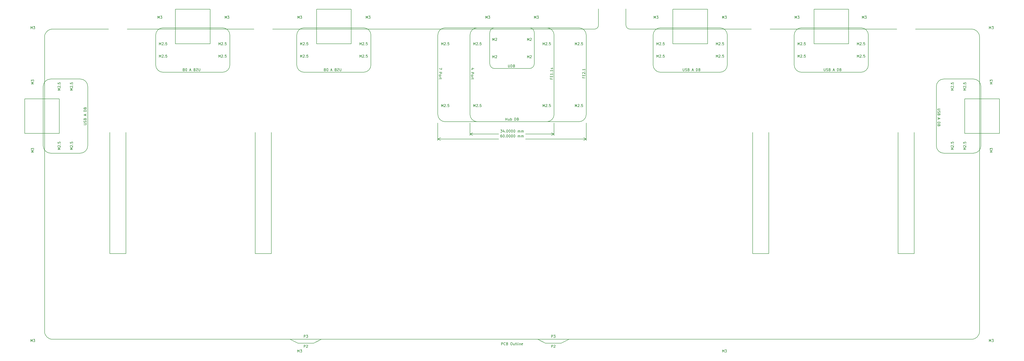
<source format=gtl>
%TF.GenerationSoftware,KiCad,Pcbnew,(6.0.0)*%
%TF.CreationDate,2022-03-05T22:59:03-05:00*%
%TF.ProjectId,custom_keyboard plate v3 bottom,63757374-6f6d-45f6-9b65-79626f617264,rev?*%
%TF.SameCoordinates,Original*%
%TF.FileFunction,Copper,L1,Top*%
%TF.FilePolarity,Positive*%
%FSLAX46Y46*%
G04 Gerber Fmt 4.6, Leading zero omitted, Abs format (unit mm)*
G04 Created by KiCad (PCBNEW (6.0.0)) date 2022-03-05 22:59:03*
%MOMM*%
%LPD*%
G01*
G04 APERTURE LIST*
%TA.AperFunction,NonConductor*%
%ADD10C,0.200000*%
%TD*%
%ADD11C,0.200000*%
G04 APERTURE END LIST*
D10*
X295124200Y-80413700D02*
X271124200Y-80413700D01*
X36679901Y-131132200D02*
G75*
G03*
X39679901Y-128132200I-1J3000001D01*
G01*
X113874200Y-171726700D02*
X107374200Y-171726700D01*
X241124200Y-83413700D02*
G75*
G03*
X238124200Y-80413700I-3000001J-1D01*
G01*
X121436100Y-206362000D02*
X25398400Y-206362000D01*
X333124200Y-72913700D02*
X347124200Y-72913700D01*
X347124200Y-72913700D02*
X347124200Y-86913700D01*
X347124200Y-86913700D02*
X333124200Y-86913700D01*
X333124200Y-86913700D02*
X333124200Y-72913700D01*
X298124200Y-95413700D02*
X298124200Y-83413700D01*
X396850000Y-206362000D02*
X234141500Y-206362000D01*
X397568500Y-101132200D02*
X385568500Y-101132200D01*
X241124200Y-115413700D02*
X241124200Y-83413700D01*
X184124200Y-118413700D02*
X238124200Y-118413700D01*
X22223600Y-203187200D02*
X22223600Y-84132200D01*
X314874200Y-171726700D02*
X308374200Y-171726700D01*
X355124200Y-95413700D02*
X355124200Y-83413700D01*
X400568500Y-128132200D02*
X400568500Y-104132200D01*
X221442300Y-206362000D02*
X234141500Y-206362000D01*
X154124200Y-95413700D02*
X154124200Y-83413700D01*
X204124200Y-80413700D02*
G75*
G03*
X202124200Y-82413700I-1J-1999999D01*
G01*
X400024800Y-84132200D02*
G75*
G03*
X396850000Y-80957400I-3174799J1D01*
G01*
X308374200Y-122726700D02*
X308374200Y-171726700D01*
X373624200Y-171726700D02*
X367124200Y-171726700D01*
X22223600Y-203187200D02*
G75*
G03*
X25398400Y-206362000I3174799J-1D01*
G01*
X55624200Y-80957400D02*
X106874200Y-80957400D01*
X258746200Y-80957400D02*
X307874200Y-80957400D01*
X202124200Y-82413700D02*
X202124200Y-94913700D01*
X181124200Y-115413700D02*
G75*
G03*
X184124200Y-118413700I3000001J1D01*
G01*
X257158800Y-72726700D02*
X257158800Y-79370000D01*
X48624200Y-122726700D02*
X48624200Y-171726700D01*
X400568500Y-104132200D02*
G75*
G03*
X397568500Y-101132200I-3000001J-1D01*
G01*
X396850000Y-206362000D02*
G75*
G03*
X400024800Y-203187200I1J3174799D01*
G01*
X314874200Y-171726700D02*
X314874200Y-122726700D01*
X355124200Y-83413700D02*
G75*
G03*
X352124200Y-80413700I-3000001J-1D01*
G01*
X315374200Y-80957400D02*
X366624200Y-80957400D01*
X21679901Y-104132200D02*
X21679901Y-128132200D01*
X130960500Y-207949400D02*
X134135300Y-206362000D01*
X97124200Y-95413700D02*
X97124200Y-83413700D01*
X373624200Y-171726700D02*
X373624200Y-122726700D01*
X276124200Y-72913700D02*
X290124200Y-72913700D01*
X290124200Y-72913700D02*
X290124200Y-86913700D01*
X290124200Y-86913700D02*
X276124200Y-86913700D01*
X276124200Y-86913700D02*
X276124200Y-72913700D01*
X224617100Y-207949400D02*
X230966700Y-207949400D01*
X328124200Y-98413700D02*
X352124200Y-98413700D01*
X75124200Y-86913700D02*
X89124200Y-86913700D01*
X89124200Y-86913700D02*
X89124200Y-72913700D01*
X89124200Y-72913700D02*
X75124200Y-72913700D01*
X75124200Y-72913700D02*
X75124200Y-86913700D01*
X400024800Y-84132200D02*
X400024800Y-203187200D01*
X124124200Y-95413700D02*
G75*
G03*
X127124200Y-98413700I3000001J1D01*
G01*
X151124200Y-98413700D02*
G75*
G03*
X154124200Y-95413700I-1J3000001D01*
G01*
X94124200Y-98413700D02*
G75*
G03*
X97124200Y-95413700I-1J3000001D01*
G01*
X67124200Y-83413700D02*
X67124200Y-95413700D01*
X325124200Y-83413700D02*
X325124200Y-95413700D01*
X396850000Y-80957400D02*
X374124200Y-80957400D01*
X408068500Y-109132200D02*
X394068500Y-109132200D01*
X394068500Y-109132200D02*
X394068500Y-123132200D01*
X394068500Y-123132200D02*
X408068500Y-123132200D01*
X408068500Y-123132200D02*
X408068500Y-109132200D01*
X48124200Y-80957400D02*
X24898400Y-80957400D01*
X228124200Y-83413700D02*
G75*
G03*
X225124200Y-80413700I-3000001J-1D01*
G01*
X244459600Y-80957400D02*
G75*
G03*
X246047000Y-79370000I-1J1587401D01*
G01*
X24679901Y-131132200D02*
X36679901Y-131132200D01*
X194124200Y-115413700D02*
G75*
G03*
X197124200Y-118413700I3000001J1D01*
G01*
X204124200Y-96913700D02*
X218124200Y-96913700D01*
X238124200Y-80413700D02*
X184124200Y-80413700D01*
X121436100Y-206362000D02*
X134135300Y-206362000D01*
X325124200Y-95413700D02*
G75*
G03*
X328124200Y-98413700I3000001J1D01*
G01*
X385568500Y-131132200D02*
X397568500Y-131132200D01*
X39679901Y-128132200D02*
X39679901Y-104132200D01*
X352124200Y-98413700D02*
G75*
G03*
X355124200Y-95413700I-1J3000001D01*
G01*
X70124200Y-98413700D02*
X94124200Y-98413700D01*
X220124200Y-94913700D02*
X220124200Y-82413700D01*
X154124200Y-83413700D02*
G75*
G03*
X151124200Y-80413700I-3000001J-1D01*
G01*
X127124200Y-80413700D02*
G75*
G03*
X124124200Y-83413700I1J-3000001D01*
G01*
X55124200Y-171726700D02*
X55124200Y-122726700D01*
X271124200Y-98413700D02*
X295124200Y-98413700D01*
X228124200Y-115413700D02*
X228124200Y-83413700D01*
X221442300Y-206362000D02*
X134135300Y-206362000D01*
X55124200Y-171726700D02*
X48624200Y-171726700D01*
X14179901Y-123132200D02*
X28179901Y-123132200D01*
X28179901Y-123132200D02*
X28179901Y-109132200D01*
X28179901Y-109132200D02*
X14179901Y-109132200D01*
X14179901Y-109132200D02*
X14179901Y-123132200D01*
X67124200Y-95413700D02*
G75*
G03*
X70124200Y-98413700I3000001J1D01*
G01*
X25398400Y-80957400D02*
G75*
G03*
X22223600Y-84132200I-1J-3174799D01*
G01*
X70124200Y-80413700D02*
G75*
G03*
X67124200Y-83413700I1J-3000001D01*
G01*
X127124200Y-98413700D02*
X151124200Y-98413700D01*
X94124200Y-80413700D02*
X70124200Y-80413700D01*
X238124200Y-118413700D02*
G75*
G03*
X241124200Y-115413700I-1J3000001D01*
G01*
X385568500Y-101132200D02*
G75*
G03*
X382568500Y-104132200I1J-3000001D01*
G01*
X107374200Y-122726700D02*
X107374200Y-171726700D01*
X271124200Y-80413700D02*
G75*
G03*
X268124200Y-83413700I1J-3000001D01*
G01*
X124124200Y-83413700D02*
X124124200Y-95413700D01*
X218124200Y-96913700D02*
G75*
G03*
X220124200Y-94913700I1J1999999D01*
G01*
X151124200Y-80413700D02*
X127124200Y-80413700D01*
X202124200Y-94913700D02*
G75*
G03*
X204124200Y-96913700I1999999J-1D01*
G01*
X382568500Y-104132200D02*
X382568500Y-128132200D01*
X268124200Y-95413700D02*
G75*
G03*
X271124200Y-98413700I3000001J1D01*
G01*
X114374200Y-80957400D02*
X244459600Y-80957400D01*
X220124200Y-82413700D02*
G75*
G03*
X218124200Y-80413700I-1999999J1D01*
G01*
X113874200Y-171726700D02*
X113874200Y-122726700D01*
X197124200Y-80413700D02*
G75*
G03*
X194124200Y-83413700I1J-3000001D01*
G01*
X298124200Y-83413700D02*
G75*
G03*
X295124200Y-80413700I-3000001J-1D01*
G01*
X124610900Y-207949400D02*
X130960500Y-207949400D01*
X230966700Y-207949400D02*
X234141500Y-206362000D01*
X382568500Y-128132200D02*
G75*
G03*
X385568500Y-131132200I3000001J1D01*
G01*
X397568500Y-131132200D02*
G75*
G03*
X400568500Y-128132200I-1J3000001D01*
G01*
X194124200Y-83413700D02*
X194124200Y-115413700D01*
X21679901Y-128132200D02*
G75*
G03*
X24679901Y-131132200I3000001J1D01*
G01*
X257158800Y-79370000D02*
G75*
G03*
X258746200Y-80957400I1587401J1D01*
G01*
X328124200Y-80413700D02*
G75*
G03*
X325124200Y-83413700I1J-3000001D01*
G01*
X124610900Y-207949400D02*
X121436100Y-206362000D01*
X36679901Y-101132200D02*
X24679901Y-101132200D01*
X39679901Y-104132200D02*
G75*
G03*
X36679901Y-101132200I-3000001J-1D01*
G01*
X246047000Y-72726700D02*
X246047000Y-79370000D01*
X268124200Y-83413700D02*
X268124200Y-95413700D01*
X367124200Y-122726700D02*
X367124200Y-171726700D01*
X295124200Y-98413700D02*
G75*
G03*
X298124200Y-95413700I-1J3000001D01*
G01*
X224617100Y-207949400D02*
X221442300Y-206362000D01*
X184124200Y-80413700D02*
G75*
G03*
X181124200Y-83413700I1J-3000001D01*
G01*
X352124200Y-80413700D02*
X328124200Y-80413700D01*
X181124200Y-83413700D02*
X181124200Y-115413700D01*
X132124200Y-86913700D02*
X146124200Y-86913700D01*
X146124200Y-86913700D02*
X146124200Y-72913700D01*
X146124200Y-72913700D02*
X132124200Y-72913700D01*
X132124200Y-72913700D02*
X132124200Y-86913700D01*
X225124200Y-118413700D02*
G75*
G03*
X228124200Y-115413700I-1J3000001D01*
G01*
X97124200Y-83413700D02*
G75*
G03*
X94124200Y-80413700I-3000001J-1D01*
G01*
X24679901Y-101132200D02*
G75*
G03*
X21679901Y-104132200I1J-3000001D01*
G01*
D11*
D10*
X127047604Y-205679080D02*
X127047604Y-204679080D01*
X127428557Y-204679080D01*
X127523795Y-204726700D01*
X127571414Y-204774319D01*
X127619033Y-204869557D01*
X127619033Y-205012414D01*
X127571414Y-205107652D01*
X127523795Y-205155271D01*
X127428557Y-205202890D01*
X127047604Y-205202890D01*
X127952366Y-204679080D02*
X128571414Y-204679080D01*
X128238080Y-205060033D01*
X128380938Y-205060033D01*
X128476176Y-205107652D01*
X128523795Y-205155271D01*
X128571414Y-205250509D01*
X128571414Y-205488604D01*
X128523795Y-205583842D01*
X128476176Y-205631461D01*
X128380938Y-205679080D01*
X128095223Y-205679080D01*
X127999985Y-205631461D01*
X127952366Y-205583842D01*
D11*
D10*
X240052771Y-100388252D02*
X240052771Y-100721585D01*
X240576580Y-100721585D02*
X239576580Y-100721585D01*
X239576580Y-100245394D01*
X240052771Y-99864442D02*
X240052771Y-99531109D01*
X240576580Y-99388252D02*
X240576580Y-99864442D01*
X239576580Y-99864442D01*
X239576580Y-99388252D01*
X239671819Y-99007299D02*
X239624200Y-98959680D01*
X239576580Y-98864442D01*
X239576580Y-98626347D01*
X239624200Y-98531109D01*
X239671819Y-98483490D01*
X239767057Y-98435871D01*
X239862295Y-98435871D01*
X240005152Y-98483490D01*
X240576580Y-99054918D01*
X240576580Y-98435871D01*
X240481342Y-98007299D02*
X240528961Y-97959680D01*
X240576580Y-98007299D01*
X240528961Y-98054918D01*
X240481342Y-98007299D01*
X240576580Y-98007299D01*
X240576580Y-97007299D02*
X240576580Y-97578728D01*
X240576580Y-97293013D02*
X239576580Y-97293013D01*
X239719438Y-97388252D01*
X239814676Y-97483490D01*
X239862295Y-97578728D01*
D11*
D10*
X337171819Y-96866080D02*
X337171819Y-97675604D01*
X337219438Y-97770842D01*
X337267057Y-97818461D01*
X337362295Y-97866080D01*
X337552771Y-97866080D01*
X337648009Y-97818461D01*
X337695628Y-97770842D01*
X337743247Y-97675604D01*
X337743247Y-96866080D01*
X338171819Y-97818461D02*
X338314676Y-97866080D01*
X338552771Y-97866080D01*
X338648009Y-97818461D01*
X338695628Y-97770842D01*
X338743247Y-97675604D01*
X338743247Y-97580366D01*
X338695628Y-97485128D01*
X338648009Y-97437509D01*
X338552771Y-97389890D01*
X338362295Y-97342271D01*
X338267057Y-97294652D01*
X338219438Y-97247033D01*
X338171819Y-97151795D01*
X338171819Y-97056557D01*
X338219438Y-96961319D01*
X338267057Y-96913700D01*
X338362295Y-96866080D01*
X338600390Y-96866080D01*
X338743247Y-96913700D01*
X339505152Y-97342271D02*
X339648009Y-97389890D01*
X339695628Y-97437509D01*
X339743247Y-97532747D01*
X339743247Y-97675604D01*
X339695628Y-97770842D01*
X339648009Y-97818461D01*
X339552771Y-97866080D01*
X339171819Y-97866080D01*
X339171819Y-96866080D01*
X339505152Y-96866080D01*
X339600390Y-96913700D01*
X339648009Y-96961319D01*
X339695628Y-97056557D01*
X339695628Y-97151795D01*
X339648009Y-97247033D01*
X339600390Y-97294652D01*
X339505152Y-97342271D01*
X339171819Y-97342271D01*
X340886104Y-97580366D02*
X341362295Y-97580366D01*
X340790866Y-97866080D02*
X341124200Y-96866080D01*
X341457533Y-97866080D01*
X342552771Y-97866080D02*
X342552771Y-96866080D01*
X342790866Y-96866080D01*
X342933723Y-96913700D01*
X343028961Y-97008938D01*
X343076580Y-97104176D01*
X343124200Y-97294652D01*
X343124200Y-97437509D01*
X343076580Y-97627985D01*
X343028961Y-97723223D01*
X342933723Y-97818461D01*
X342790866Y-97866080D01*
X342552771Y-97866080D01*
X343886104Y-97342271D02*
X344028961Y-97389890D01*
X344076580Y-97437509D01*
X344124200Y-97532747D01*
X344124200Y-97675604D01*
X344076580Y-97770842D01*
X344028961Y-97818461D01*
X343933723Y-97866080D01*
X343552771Y-97866080D01*
X343552771Y-96866080D01*
X343886104Y-96866080D01*
X343981342Y-96913700D01*
X344028961Y-96961319D01*
X344076580Y-97056557D01*
X344076580Y-97151795D01*
X344028961Y-97247033D01*
X343981342Y-97294652D01*
X343886104Y-97342271D01*
X343552771Y-97342271D01*
D11*
D10*
X182671819Y-96626347D02*
X182671819Y-97293013D01*
X181671819Y-96864442D01*
X181671819Y-98435871D02*
X182671819Y-98435871D01*
X182671819Y-98816823D01*
X182624200Y-98912061D01*
X182576580Y-98959680D01*
X182481342Y-99007299D01*
X182338485Y-99007299D01*
X182243247Y-98959680D01*
X182195628Y-98912061D01*
X182148009Y-98816823D01*
X182148009Y-98435871D01*
X181671819Y-99578728D02*
X181719438Y-99483490D01*
X181767057Y-99435871D01*
X181862295Y-99388252D01*
X182148009Y-99388252D01*
X182243247Y-99435871D01*
X182290866Y-99483490D01*
X182338485Y-99578728D01*
X182338485Y-99721585D01*
X182290866Y-99816823D01*
X182243247Y-99864442D01*
X182148009Y-99912061D01*
X181862295Y-99912061D01*
X181767057Y-99864442D01*
X181719438Y-99816823D01*
X181671819Y-99721585D01*
X181671819Y-99578728D01*
X181671819Y-100340632D02*
X182338485Y-100340632D01*
X182148009Y-100340632D02*
X182243247Y-100388252D01*
X182290866Y-100435871D01*
X182338485Y-100531109D01*
X182338485Y-100626347D01*
X182338485Y-100816823D02*
X182338485Y-101197775D01*
X182671819Y-100959680D02*
X181814676Y-100959680D01*
X181719438Y-101007299D01*
X181671819Y-101102537D01*
X181671819Y-101197775D01*
D11*
D10*
X209588485Y-95366080D02*
X209588485Y-96175604D01*
X209636104Y-96270842D01*
X209683723Y-96318461D01*
X209778961Y-96366080D01*
X209969438Y-96366080D01*
X210064676Y-96318461D01*
X210112295Y-96270842D01*
X210159914Y-96175604D01*
X210159914Y-95366080D01*
X210636104Y-96366080D02*
X210636104Y-95366080D01*
X210874200Y-95366080D01*
X211017057Y-95413700D01*
X211112295Y-95508938D01*
X211159914Y-95604176D01*
X211207533Y-95794652D01*
X211207533Y-95937509D01*
X211159914Y-96127985D01*
X211112295Y-96223223D01*
X211017057Y-96318461D01*
X210874200Y-96366080D01*
X210636104Y-96366080D01*
X211969438Y-95842271D02*
X212112295Y-95889890D01*
X212159914Y-95937509D01*
X212207533Y-96032747D01*
X212207533Y-96175604D01*
X212159914Y-96270842D01*
X212112295Y-96318461D01*
X212017057Y-96366080D01*
X211636104Y-96366080D01*
X211636104Y-95366080D01*
X211969438Y-95366080D01*
X212064676Y-95413700D01*
X212112295Y-95461319D01*
X212159914Y-95556557D01*
X212159914Y-95651795D01*
X212112295Y-95747033D01*
X212064676Y-95794652D01*
X211969438Y-95842271D01*
X211636104Y-95842271D01*
D11*
D10*
X227053804Y-205679080D02*
X227053804Y-204679080D01*
X227434757Y-204679080D01*
X227529995Y-204726700D01*
X227577614Y-204774319D01*
X227625233Y-204869557D01*
X227625233Y-205012414D01*
X227577614Y-205107652D01*
X227529995Y-205155271D01*
X227434757Y-205202890D01*
X227053804Y-205202890D01*
X227958566Y-204679080D02*
X228577614Y-204679080D01*
X228244280Y-205060033D01*
X228387138Y-205060033D01*
X228482376Y-205107652D01*
X228529995Y-205155271D01*
X228577614Y-205250509D01*
X228577614Y-205488604D01*
X228529995Y-205583842D01*
X228482376Y-205631461D01*
X228387138Y-205679080D01*
X228101423Y-205679080D01*
X228006185Y-205631461D01*
X227958566Y-205583842D01*
D11*
D10*
X384116119Y-113179819D02*
X383306595Y-113179819D01*
X383211357Y-113227438D01*
X383163738Y-113275057D01*
X383116119Y-113370295D01*
X383116119Y-113560771D01*
X383163738Y-113656009D01*
X383211357Y-113703628D01*
X383306595Y-113751247D01*
X384116119Y-113751247D01*
X383163738Y-114179819D02*
X383116119Y-114322676D01*
X383116119Y-114560771D01*
X383163738Y-114656009D01*
X383211357Y-114703628D01*
X383306595Y-114751247D01*
X383401833Y-114751247D01*
X383497071Y-114703628D01*
X383544690Y-114656009D01*
X383592309Y-114560771D01*
X383639928Y-114370295D01*
X383687547Y-114275057D01*
X383735166Y-114227438D01*
X383830404Y-114179819D01*
X383925642Y-114179819D01*
X384020880Y-114227438D01*
X384068500Y-114275057D01*
X384116119Y-114370295D01*
X384116119Y-114608390D01*
X384068500Y-114751247D01*
X383639928Y-115513152D02*
X383592309Y-115656009D01*
X383544690Y-115703628D01*
X383449452Y-115751247D01*
X383306595Y-115751247D01*
X383211357Y-115703628D01*
X383163738Y-115656009D01*
X383116119Y-115560771D01*
X383116119Y-115179819D01*
X384116119Y-115179819D01*
X384116119Y-115513152D01*
X384068500Y-115608390D01*
X384020880Y-115656009D01*
X383925642Y-115703628D01*
X383830404Y-115703628D01*
X383735166Y-115656009D01*
X383687547Y-115608390D01*
X383639928Y-115513152D01*
X383639928Y-115179819D01*
X383401833Y-116894104D02*
X383401833Y-117370295D01*
X383116119Y-116798866D02*
X384116119Y-117132200D01*
X383116119Y-117465533D01*
X383116119Y-118560771D02*
X384116119Y-118560771D01*
X384116119Y-118798866D01*
X384068500Y-118941723D01*
X383973261Y-119036961D01*
X383878023Y-119084580D01*
X383687547Y-119132200D01*
X383544690Y-119132200D01*
X383354214Y-119084580D01*
X383258976Y-119036961D01*
X383163738Y-118941723D01*
X383116119Y-118798866D01*
X383116119Y-118560771D01*
X383639928Y-119894104D02*
X383592309Y-120036961D01*
X383544690Y-120084580D01*
X383449452Y-120132200D01*
X383306595Y-120132200D01*
X383211357Y-120084580D01*
X383163738Y-120036961D01*
X383116119Y-119941723D01*
X383116119Y-119560771D01*
X384116119Y-119560771D01*
X384116119Y-119894104D01*
X384068500Y-119989342D01*
X384020880Y-120036961D01*
X383925642Y-120084580D01*
X383830404Y-120084580D01*
X383735166Y-120036961D01*
X383687547Y-119989342D01*
X383639928Y-119894104D01*
X383639928Y-119560771D01*
D11*
D10*
X206838485Y-208679080D02*
X206838485Y-207679080D01*
X207219438Y-207679080D01*
X207314676Y-207726700D01*
X207362295Y-207774319D01*
X207409914Y-207869557D01*
X207409914Y-208012414D01*
X207362295Y-208107652D01*
X207314676Y-208155271D01*
X207219438Y-208202890D01*
X206838485Y-208202890D01*
X208409914Y-208583842D02*
X208362295Y-208631461D01*
X208219438Y-208679080D01*
X208124200Y-208679080D01*
X207981342Y-208631461D01*
X207886104Y-208536223D01*
X207838485Y-208440985D01*
X207790866Y-208250509D01*
X207790866Y-208107652D01*
X207838485Y-207917176D01*
X207886104Y-207821938D01*
X207981342Y-207726700D01*
X208124200Y-207679080D01*
X208219438Y-207679080D01*
X208362295Y-207726700D01*
X208409914Y-207774319D01*
X209171819Y-208155271D02*
X209314676Y-208202890D01*
X209362295Y-208250509D01*
X209409914Y-208345747D01*
X209409914Y-208488604D01*
X209362295Y-208583842D01*
X209314676Y-208631461D01*
X209219438Y-208679080D01*
X208838485Y-208679080D01*
X208838485Y-207679080D01*
X209171819Y-207679080D01*
X209267057Y-207726700D01*
X209314676Y-207774319D01*
X209362295Y-207869557D01*
X209362295Y-207964795D01*
X209314676Y-208060033D01*
X209267057Y-208107652D01*
X209171819Y-208155271D01*
X208838485Y-208155271D01*
X210790866Y-207679080D02*
X210981342Y-207679080D01*
X211076580Y-207726700D01*
X211171819Y-207821938D01*
X211219438Y-208012414D01*
X211219438Y-208345747D01*
X211171819Y-208536223D01*
X211076580Y-208631461D01*
X210981342Y-208679080D01*
X210790866Y-208679080D01*
X210695628Y-208631461D01*
X210600390Y-208536223D01*
X210552771Y-208345747D01*
X210552771Y-208012414D01*
X210600390Y-207821938D01*
X210695628Y-207726700D01*
X210790866Y-207679080D01*
X212076580Y-208012414D02*
X212076580Y-208679080D01*
X211648009Y-208012414D02*
X211648009Y-208536223D01*
X211695628Y-208631461D01*
X211790866Y-208679080D01*
X211933723Y-208679080D01*
X212028961Y-208631461D01*
X212076580Y-208583842D01*
X212409914Y-208012414D02*
X212790866Y-208012414D01*
X212552771Y-207679080D02*
X212552771Y-208536223D01*
X212600390Y-208631461D01*
X212695628Y-208679080D01*
X212790866Y-208679080D01*
X213267057Y-208679080D02*
X213171819Y-208631461D01*
X213124200Y-208536223D01*
X213124200Y-207679080D01*
X213648009Y-208679080D02*
X213648009Y-208012414D01*
X213648009Y-207679080D02*
X213600390Y-207726700D01*
X213648009Y-207774319D01*
X213695628Y-207726700D01*
X213648009Y-207679080D01*
X213648009Y-207774319D01*
X214124200Y-208012414D02*
X214124200Y-208679080D01*
X214124200Y-208107652D02*
X214171819Y-208060033D01*
X214267057Y-208012414D01*
X214409914Y-208012414D01*
X214505152Y-208060033D01*
X214552771Y-208155271D01*
X214552771Y-208679080D01*
X215409914Y-208631461D02*
X215314676Y-208679080D01*
X215124200Y-208679080D01*
X215028961Y-208631461D01*
X214981342Y-208536223D01*
X214981342Y-208155271D01*
X215028961Y-208060033D01*
X215124200Y-208012414D01*
X215314676Y-208012414D01*
X215409914Y-208060033D01*
X215457533Y-208155271D01*
X215457533Y-208250509D01*
X214981342Y-208345747D01*
D11*
D10*
X227052771Y-100818461D02*
X227052771Y-101151795D01*
X227576580Y-101151795D02*
X226576580Y-101151795D01*
X226576580Y-100675604D01*
X227052771Y-100294652D02*
X227052771Y-99961319D01*
X227576580Y-99818461D02*
X227576580Y-100294652D01*
X226576580Y-100294652D01*
X226576580Y-99818461D01*
X227576580Y-98866080D02*
X227576580Y-99437509D01*
X227576580Y-99151795D02*
X226576580Y-99151795D01*
X226719438Y-99247033D01*
X226814676Y-99342271D01*
X226862295Y-99437509D01*
X227481342Y-98437509D02*
X227528961Y-98389890D01*
X227576580Y-98437509D01*
X227528961Y-98485128D01*
X227481342Y-98437509D01*
X227576580Y-98437509D01*
X227576580Y-97437509D02*
X227576580Y-98008938D01*
X227576580Y-97723223D02*
X226576580Y-97723223D01*
X226719438Y-97818461D01*
X226814676Y-97913700D01*
X226862295Y-98008938D01*
X227528961Y-97056557D02*
X227576580Y-96961319D01*
X227576580Y-96770842D01*
X227528961Y-96675604D01*
X227433723Y-96627985D01*
X227386104Y-96627985D01*
X227290866Y-96675604D01*
X227243247Y-96770842D01*
X227243247Y-96913700D01*
X227195628Y-97008938D01*
X227100390Y-97056557D01*
X227052771Y-97056557D01*
X226957533Y-97008938D01*
X226909914Y-96913700D01*
X226909914Y-96770842D01*
X226957533Y-96675604D01*
D11*
D10*
X142076580Y-96866080D02*
X142076580Y-97675604D01*
X142028961Y-97770842D01*
X141981342Y-97818461D01*
X141886104Y-97866080D01*
X141695628Y-97866080D01*
X141600390Y-97818461D01*
X141552771Y-97770842D01*
X141505152Y-97675604D01*
X141505152Y-96866080D01*
X141076580Y-97818461D02*
X140933723Y-97866080D01*
X140695628Y-97866080D01*
X140600390Y-97818461D01*
X140552771Y-97770842D01*
X140505152Y-97675604D01*
X140505152Y-97580366D01*
X140552771Y-97485128D01*
X140600390Y-97437509D01*
X140695628Y-97389890D01*
X140886104Y-97342271D01*
X140981342Y-97294652D01*
X141028961Y-97247033D01*
X141076580Y-97151795D01*
X141076580Y-97056557D01*
X141028961Y-96961319D01*
X140981342Y-96913700D01*
X140886104Y-96866080D01*
X140648009Y-96866080D01*
X140505152Y-96913700D01*
X139743247Y-97342271D02*
X139600390Y-97389890D01*
X139552771Y-97437509D01*
X139505152Y-97532747D01*
X139505152Y-97675604D01*
X139552771Y-97770842D01*
X139600390Y-97818461D01*
X139695628Y-97866080D01*
X140076580Y-97866080D01*
X140076580Y-96866080D01*
X139743247Y-96866080D01*
X139648009Y-96913700D01*
X139600390Y-96961319D01*
X139552771Y-97056557D01*
X139552771Y-97151795D01*
X139600390Y-97247033D01*
X139648009Y-97294652D01*
X139743247Y-97342271D01*
X140076580Y-97342271D01*
X138362295Y-97580366D02*
X137886104Y-97580366D01*
X138457533Y-97866080D02*
X138124200Y-96866080D01*
X137790866Y-97866080D01*
X136695628Y-97866080D02*
X136695628Y-96866080D01*
X136457533Y-96866080D01*
X136314676Y-96913700D01*
X136219438Y-97008938D01*
X136171819Y-97104176D01*
X136124200Y-97294652D01*
X136124200Y-97437509D01*
X136171819Y-97627985D01*
X136219438Y-97723223D01*
X136314676Y-97818461D01*
X136457533Y-97866080D01*
X136695628Y-97866080D01*
X135362295Y-97342271D02*
X135219438Y-97389890D01*
X135171819Y-97437509D01*
X135124200Y-97532747D01*
X135124200Y-97675604D01*
X135171819Y-97770842D01*
X135219438Y-97818461D01*
X135314676Y-97866080D01*
X135695628Y-97866080D01*
X135695628Y-96866080D01*
X135362295Y-96866080D01*
X135267057Y-96913700D01*
X135219438Y-96961319D01*
X135171819Y-97056557D01*
X135171819Y-97151795D01*
X135219438Y-97247033D01*
X135267057Y-97294652D01*
X135362295Y-97342271D01*
X135695628Y-97342271D01*
D11*
D10*
X195338485Y-97175604D02*
X194671819Y-97175604D01*
X195719438Y-96937509D02*
X195005152Y-96699414D01*
X195005152Y-97318461D01*
X194671819Y-98461319D02*
X195671819Y-98461319D01*
X195671819Y-98842271D01*
X195624200Y-98937509D01*
X195576580Y-98985128D01*
X195481342Y-99032747D01*
X195338485Y-99032747D01*
X195243247Y-98985128D01*
X195195628Y-98937509D01*
X195148009Y-98842271D01*
X195148009Y-98461319D01*
X194671819Y-99604176D02*
X194719438Y-99508938D01*
X194767057Y-99461319D01*
X194862295Y-99413700D01*
X195148009Y-99413700D01*
X195243247Y-99461319D01*
X195290866Y-99508938D01*
X195338485Y-99604176D01*
X195338485Y-99747033D01*
X195290866Y-99842271D01*
X195243247Y-99889890D01*
X195148009Y-99937509D01*
X194862295Y-99937509D01*
X194767057Y-99889890D01*
X194719438Y-99842271D01*
X194671819Y-99747033D01*
X194671819Y-99604176D01*
X194671819Y-100366080D02*
X195338485Y-100366080D01*
X195148009Y-100366080D02*
X195243247Y-100413700D01*
X195290866Y-100461319D01*
X195338485Y-100556557D01*
X195338485Y-100651795D01*
X195338485Y-100842271D02*
X195338485Y-101223223D01*
X195671819Y-100985128D02*
X194814676Y-100985128D01*
X194719438Y-101032747D01*
X194671819Y-101127985D01*
X194671819Y-101223223D01*
D11*
D10*
X227053804Y-209679080D02*
X227053804Y-208679080D01*
X227434757Y-208679080D01*
X227529995Y-208726700D01*
X227577614Y-208774319D01*
X227625233Y-208869557D01*
X227625233Y-209012414D01*
X227577614Y-209107652D01*
X227529995Y-209155271D01*
X227434757Y-209202890D01*
X227053804Y-209202890D01*
X228006185Y-208774319D02*
X228053804Y-208726700D01*
X228149042Y-208679080D01*
X228387138Y-208679080D01*
X228482376Y-208726700D01*
X228529995Y-208774319D01*
X228577614Y-208869557D01*
X228577614Y-208964795D01*
X228529995Y-209107652D01*
X227958566Y-209679080D01*
X228577614Y-209679080D01*
D11*
D10*
X38132281Y-119616080D02*
X38941805Y-119616080D01*
X39037043Y-119568461D01*
X39084662Y-119520842D01*
X39132281Y-119425604D01*
X39132281Y-119235128D01*
X39084662Y-119139890D01*
X39037043Y-119092271D01*
X38941805Y-119044652D01*
X38132281Y-119044652D01*
X39084662Y-118616080D02*
X39132281Y-118473223D01*
X39132281Y-118235128D01*
X39084662Y-118139890D01*
X39037043Y-118092271D01*
X38941805Y-118044652D01*
X38846567Y-118044652D01*
X38751329Y-118092271D01*
X38703710Y-118139890D01*
X38656091Y-118235128D01*
X38608472Y-118425604D01*
X38560853Y-118520842D01*
X38513234Y-118568461D01*
X38417996Y-118616080D01*
X38322758Y-118616080D01*
X38227520Y-118568461D01*
X38179901Y-118520842D01*
X38132281Y-118425604D01*
X38132281Y-118187509D01*
X38179901Y-118044652D01*
X38608472Y-117282747D02*
X38656091Y-117139890D01*
X38703710Y-117092271D01*
X38798948Y-117044652D01*
X38941805Y-117044652D01*
X39037043Y-117092271D01*
X39084662Y-117139890D01*
X39132281Y-117235128D01*
X39132281Y-117616080D01*
X38132281Y-117616080D01*
X38132281Y-117282747D01*
X38179901Y-117187509D01*
X38227520Y-117139890D01*
X38322758Y-117092271D01*
X38417996Y-117092271D01*
X38513234Y-117139890D01*
X38560853Y-117187509D01*
X38608472Y-117282747D01*
X38608472Y-117616080D01*
X38846567Y-115901795D02*
X38846567Y-115425604D01*
X39132281Y-115997033D02*
X38132281Y-115663700D01*
X39132281Y-115330366D01*
X39132281Y-114235128D02*
X38132281Y-114235128D01*
X38132281Y-113997033D01*
X38179901Y-113854176D01*
X38275139Y-113758938D01*
X38370377Y-113711319D01*
X38560853Y-113663700D01*
X38703710Y-113663700D01*
X38894186Y-113711319D01*
X38989424Y-113758938D01*
X39084662Y-113854176D01*
X39132281Y-113997033D01*
X39132281Y-114235128D01*
X38608472Y-112901795D02*
X38656091Y-112758938D01*
X38703710Y-112711319D01*
X38798948Y-112663700D01*
X38941805Y-112663700D01*
X39037043Y-112711319D01*
X39084662Y-112758938D01*
X39132281Y-112854176D01*
X39132281Y-113235128D01*
X38132281Y-113235128D01*
X38132281Y-112901795D01*
X38179901Y-112806557D01*
X38227520Y-112758938D01*
X38322758Y-112711319D01*
X38417996Y-112711319D01*
X38513234Y-112758938D01*
X38560853Y-112806557D01*
X38608472Y-112901795D01*
X38608472Y-113235128D01*
D11*
D10*
X127047604Y-209679080D02*
X127047604Y-208679080D01*
X127428557Y-208679080D01*
X127523795Y-208726700D01*
X127571414Y-208774319D01*
X127619033Y-208869557D01*
X127619033Y-209012414D01*
X127571414Y-209107652D01*
X127523795Y-209155271D01*
X127428557Y-209202890D01*
X127047604Y-209202890D01*
X127999985Y-208774319D02*
X128047604Y-208726700D01*
X128142842Y-208679080D01*
X128380938Y-208679080D01*
X128476176Y-208726700D01*
X128523795Y-208774319D01*
X128571414Y-208869557D01*
X128571414Y-208964795D01*
X128523795Y-209107652D01*
X127952366Y-209679080D01*
X128571414Y-209679080D01*
D11*
D10*
X208552771Y-117866080D02*
X208552771Y-116866080D01*
X208552771Y-117342271D02*
X209124200Y-117342271D01*
X209124200Y-117866080D02*
X209124200Y-116866080D01*
X210028961Y-117199414D02*
X210028961Y-117866080D01*
X209600390Y-117199414D02*
X209600390Y-117723223D01*
X209648009Y-117818461D01*
X209743247Y-117866080D01*
X209886104Y-117866080D01*
X209981342Y-117818461D01*
X210028961Y-117770842D01*
X210505152Y-117866080D02*
X210505152Y-116866080D01*
X210505152Y-117247033D02*
X210600390Y-117199414D01*
X210790866Y-117199414D01*
X210886104Y-117247033D01*
X210933723Y-117294652D01*
X210981342Y-117389890D01*
X210981342Y-117675604D01*
X210933723Y-117770842D01*
X210886104Y-117818461D01*
X210790866Y-117866080D01*
X210600390Y-117866080D01*
X210505152Y-117818461D01*
X212171819Y-117866080D02*
X212171819Y-116866080D01*
X212409914Y-116866080D01*
X212552771Y-116913700D01*
X212648009Y-117008938D01*
X212695628Y-117104176D01*
X212743247Y-117294652D01*
X212743247Y-117437509D01*
X212695628Y-117627985D01*
X212648009Y-117723223D01*
X212552771Y-117818461D01*
X212409914Y-117866080D01*
X212171819Y-117866080D01*
X213505152Y-117342271D02*
X213648009Y-117389890D01*
X213695628Y-117437509D01*
X213743247Y-117532747D01*
X213743247Y-117675604D01*
X213695628Y-117770842D01*
X213648009Y-117818461D01*
X213552771Y-117866080D01*
X213171819Y-117866080D01*
X213171819Y-116866080D01*
X213505152Y-116866080D01*
X213600390Y-116913700D01*
X213648009Y-116961319D01*
X213695628Y-117056557D01*
X213695628Y-117151795D01*
X213648009Y-117247033D01*
X213600390Y-117294652D01*
X213505152Y-117342271D01*
X213171819Y-117342271D01*
D11*
D10*
X280171819Y-96866080D02*
X280171819Y-97675604D01*
X280219438Y-97770842D01*
X280267057Y-97818461D01*
X280362295Y-97866080D01*
X280552771Y-97866080D01*
X280648009Y-97818461D01*
X280695628Y-97770842D01*
X280743247Y-97675604D01*
X280743247Y-96866080D01*
X281171819Y-97818461D02*
X281314676Y-97866080D01*
X281552771Y-97866080D01*
X281648009Y-97818461D01*
X281695628Y-97770842D01*
X281743247Y-97675604D01*
X281743247Y-97580366D01*
X281695628Y-97485128D01*
X281648009Y-97437509D01*
X281552771Y-97389890D01*
X281362295Y-97342271D01*
X281267057Y-97294652D01*
X281219438Y-97247033D01*
X281171819Y-97151795D01*
X281171819Y-97056557D01*
X281219438Y-96961319D01*
X281267057Y-96913700D01*
X281362295Y-96866080D01*
X281600390Y-96866080D01*
X281743247Y-96913700D01*
X282505152Y-97342271D02*
X282648009Y-97389890D01*
X282695628Y-97437509D01*
X282743247Y-97532747D01*
X282743247Y-97675604D01*
X282695628Y-97770842D01*
X282648009Y-97818461D01*
X282552771Y-97866080D01*
X282171819Y-97866080D01*
X282171819Y-96866080D01*
X282505152Y-96866080D01*
X282600390Y-96913700D01*
X282648009Y-96961319D01*
X282695628Y-97056557D01*
X282695628Y-97151795D01*
X282648009Y-97247033D01*
X282600390Y-97294652D01*
X282505152Y-97342271D01*
X282171819Y-97342271D01*
X283886104Y-97580366D02*
X284362295Y-97580366D01*
X283790866Y-97866080D02*
X284124200Y-96866080D01*
X284457533Y-97866080D01*
X285552771Y-97866080D02*
X285552771Y-96866080D01*
X285790866Y-96866080D01*
X285933723Y-96913700D01*
X286028961Y-97008938D01*
X286076580Y-97104176D01*
X286124200Y-97294652D01*
X286124200Y-97437509D01*
X286076580Y-97627985D01*
X286028961Y-97723223D01*
X285933723Y-97818461D01*
X285790866Y-97866080D01*
X285552771Y-97866080D01*
X286886104Y-97342271D02*
X287028961Y-97389890D01*
X287076580Y-97437509D01*
X287124200Y-97532747D01*
X287124200Y-97675604D01*
X287076580Y-97770842D01*
X287028961Y-97818461D01*
X286933723Y-97866080D01*
X286552771Y-97866080D01*
X286552771Y-96866080D01*
X286886104Y-96866080D01*
X286981342Y-96913700D01*
X287028961Y-96961319D01*
X287076580Y-97056557D01*
X287076580Y-97151795D01*
X287028961Y-97247033D01*
X286981342Y-97294652D01*
X286886104Y-97342271D01*
X286552771Y-97342271D01*
D11*
D10*
X85076580Y-96866080D02*
X85076580Y-97675604D01*
X85028961Y-97770842D01*
X84981342Y-97818461D01*
X84886104Y-97866080D01*
X84695628Y-97866080D01*
X84600390Y-97818461D01*
X84552771Y-97770842D01*
X84505152Y-97675604D01*
X84505152Y-96866080D01*
X84076580Y-97818461D02*
X83933723Y-97866080D01*
X83695628Y-97866080D01*
X83600390Y-97818461D01*
X83552771Y-97770842D01*
X83505152Y-97675604D01*
X83505152Y-97580366D01*
X83552771Y-97485128D01*
X83600390Y-97437509D01*
X83695628Y-97389890D01*
X83886104Y-97342271D01*
X83981342Y-97294652D01*
X84028961Y-97247033D01*
X84076580Y-97151795D01*
X84076580Y-97056557D01*
X84028961Y-96961319D01*
X83981342Y-96913700D01*
X83886104Y-96866080D01*
X83648009Y-96866080D01*
X83505152Y-96913700D01*
X82743247Y-97342271D02*
X82600390Y-97389890D01*
X82552771Y-97437509D01*
X82505152Y-97532747D01*
X82505152Y-97675604D01*
X82552771Y-97770842D01*
X82600390Y-97818461D01*
X82695628Y-97866080D01*
X83076580Y-97866080D01*
X83076580Y-96866080D01*
X82743247Y-96866080D01*
X82648009Y-96913700D01*
X82600390Y-96961319D01*
X82552771Y-97056557D01*
X82552771Y-97151795D01*
X82600390Y-97247033D01*
X82648009Y-97294652D01*
X82743247Y-97342271D01*
X83076580Y-97342271D01*
X81362295Y-97580366D02*
X80886104Y-97580366D01*
X81457533Y-97866080D02*
X81124200Y-96866080D01*
X80790866Y-97866080D01*
X79695628Y-97866080D02*
X79695628Y-96866080D01*
X79457533Y-96866080D01*
X79314676Y-96913700D01*
X79219438Y-97008938D01*
X79171819Y-97104176D01*
X79124200Y-97294652D01*
X79124200Y-97437509D01*
X79171819Y-97627985D01*
X79219438Y-97723223D01*
X79314676Y-97818461D01*
X79457533Y-97866080D01*
X79695628Y-97866080D01*
X78362295Y-97342271D02*
X78219438Y-97389890D01*
X78171819Y-97437509D01*
X78124200Y-97532747D01*
X78124200Y-97675604D01*
X78171819Y-97770842D01*
X78219438Y-97818461D01*
X78314676Y-97866080D01*
X78695628Y-97866080D01*
X78695628Y-96866080D01*
X78362295Y-96866080D01*
X78267057Y-96913700D01*
X78219438Y-96961319D01*
X78171819Y-97056557D01*
X78171819Y-97151795D01*
X78219438Y-97247033D01*
X78267057Y-97294652D01*
X78362295Y-97342271D01*
X78695628Y-97342271D01*
D11*
D10*
X206981342Y-123666080D02*
X206790866Y-123666080D01*
X206695628Y-123713700D01*
X206648009Y-123761319D01*
X206552771Y-123904176D01*
X206505152Y-124094652D01*
X206505152Y-124475604D01*
X206552771Y-124570842D01*
X206600390Y-124618461D01*
X206695628Y-124666080D01*
X206886104Y-124666080D01*
X206981342Y-124618461D01*
X207028961Y-124570842D01*
X207076580Y-124475604D01*
X207076580Y-124237509D01*
X207028961Y-124142271D01*
X206981342Y-124094652D01*
X206886104Y-124047033D01*
X206695628Y-124047033D01*
X206600390Y-124094652D01*
X206552771Y-124142271D01*
X206505152Y-124237509D01*
X207695628Y-123666080D02*
X207790866Y-123666080D01*
X207886104Y-123713700D01*
X207933723Y-123761319D01*
X207981342Y-123856557D01*
X208028961Y-124047033D01*
X208028961Y-124285128D01*
X207981342Y-124475604D01*
X207933723Y-124570842D01*
X207886104Y-124618461D01*
X207790866Y-124666080D01*
X207695628Y-124666080D01*
X207600390Y-124618461D01*
X207552771Y-124570842D01*
X207505152Y-124475604D01*
X207457533Y-124285128D01*
X207457533Y-124047033D01*
X207505152Y-123856557D01*
X207552771Y-123761319D01*
X207600390Y-123713700D01*
X207695628Y-123666080D01*
X208457533Y-124570842D02*
X208505152Y-124618461D01*
X208457533Y-124666080D01*
X208409914Y-124618461D01*
X208457533Y-124570842D01*
X208457533Y-124666080D01*
X209124200Y-123666080D02*
X209219438Y-123666080D01*
X209314676Y-123713700D01*
X209362295Y-123761319D01*
X209409914Y-123856557D01*
X209457533Y-124047033D01*
X209457533Y-124285128D01*
X209409914Y-124475604D01*
X209362295Y-124570842D01*
X209314676Y-124618461D01*
X209219438Y-124666080D01*
X209124200Y-124666080D01*
X209028961Y-124618461D01*
X208981342Y-124570842D01*
X208933723Y-124475604D01*
X208886104Y-124285128D01*
X208886104Y-124047033D01*
X208933723Y-123856557D01*
X208981342Y-123761319D01*
X209028961Y-123713700D01*
X209124200Y-123666080D01*
X210076580Y-123666080D02*
X210171819Y-123666080D01*
X210267057Y-123713700D01*
X210314676Y-123761319D01*
X210362295Y-123856557D01*
X210409914Y-124047033D01*
X210409914Y-124285128D01*
X210362295Y-124475604D01*
X210314676Y-124570842D01*
X210267057Y-124618461D01*
X210171819Y-124666080D01*
X210076580Y-124666080D01*
X209981342Y-124618461D01*
X209933723Y-124570842D01*
X209886104Y-124475604D01*
X209838485Y-124285128D01*
X209838485Y-124047033D01*
X209886104Y-123856557D01*
X209933723Y-123761319D01*
X209981342Y-123713700D01*
X210076580Y-123666080D01*
X211028961Y-123666080D02*
X211124200Y-123666080D01*
X211219438Y-123713700D01*
X211267057Y-123761319D01*
X211314676Y-123856557D01*
X211362295Y-124047033D01*
X211362295Y-124285128D01*
X211314676Y-124475604D01*
X211267057Y-124570842D01*
X211219438Y-124618461D01*
X211124200Y-124666080D01*
X211028961Y-124666080D01*
X210933723Y-124618461D01*
X210886104Y-124570842D01*
X210838485Y-124475604D01*
X210790866Y-124285128D01*
X210790866Y-124047033D01*
X210838485Y-123856557D01*
X210886104Y-123761319D01*
X210933723Y-123713700D01*
X211028961Y-123666080D01*
X211981342Y-123666080D02*
X212076580Y-123666080D01*
X212171819Y-123713700D01*
X212219438Y-123761319D01*
X212267057Y-123856557D01*
X212314676Y-124047033D01*
X212314676Y-124285128D01*
X212267057Y-124475604D01*
X212219438Y-124570842D01*
X212171819Y-124618461D01*
X212076580Y-124666080D01*
X211981342Y-124666080D01*
X211886104Y-124618461D01*
X211838485Y-124570842D01*
X211790866Y-124475604D01*
X211743247Y-124285128D01*
X211743247Y-124047033D01*
X211790866Y-123856557D01*
X211838485Y-123761319D01*
X211886104Y-123713700D01*
X211981342Y-123666080D01*
X213505152Y-124666080D02*
X213505152Y-123999414D01*
X213505152Y-124094652D02*
X213552771Y-124047033D01*
X213648009Y-123999414D01*
X213790866Y-123999414D01*
X213886104Y-124047033D01*
X213933723Y-124142271D01*
X213933723Y-124666080D01*
X213933723Y-124142271D02*
X213981342Y-124047033D01*
X214076580Y-123999414D01*
X214219438Y-123999414D01*
X214314676Y-124047033D01*
X214362295Y-124142271D01*
X214362295Y-124666080D01*
X214838485Y-124666080D02*
X214838485Y-123999414D01*
X214838485Y-124094652D02*
X214886104Y-124047033D01*
X214981342Y-123999414D01*
X215124200Y-123999414D01*
X215219438Y-124047033D01*
X215267057Y-124142271D01*
X215267057Y-124666080D01*
X215267057Y-124142271D02*
X215314676Y-124047033D01*
X215409914Y-123999414D01*
X215552771Y-123999414D01*
X215648009Y-124047033D01*
X215695628Y-124142271D01*
X215695628Y-124666080D01*
X181124200Y-118913700D02*
X181124200Y-126000120D01*
X241124200Y-118913700D02*
X241124200Y-126000120D01*
X181124200Y-125413700D02*
X205714676Y-125413700D01*
X216533724Y-125413700D02*
X241124200Y-125413700D01*
X181124200Y-125413700D02*
X182250704Y-126000121D01*
X181124200Y-125413700D02*
X182250704Y-124827279D01*
X241124200Y-125413700D02*
X239997696Y-124827279D01*
X241124200Y-125413700D02*
X239997696Y-126000121D01*
D11*
D10*
X206457533Y-121666080D02*
X207076580Y-121666080D01*
X206743247Y-122047033D01*
X206886104Y-122047033D01*
X206981342Y-122094652D01*
X207028961Y-122142271D01*
X207076580Y-122237509D01*
X207076580Y-122475604D01*
X207028961Y-122570842D01*
X206981342Y-122618461D01*
X206886104Y-122666080D01*
X206600390Y-122666080D01*
X206505152Y-122618461D01*
X206457533Y-122570842D01*
X207933723Y-121999414D02*
X207933723Y-122666080D01*
X207695628Y-121618461D02*
X207457533Y-122332747D01*
X208076580Y-122332747D01*
X208457533Y-122570842D02*
X208505152Y-122618461D01*
X208457533Y-122666080D01*
X208409914Y-122618461D01*
X208457533Y-122570842D01*
X208457533Y-122666080D01*
X209124200Y-121666080D02*
X209219438Y-121666080D01*
X209314676Y-121713700D01*
X209362295Y-121761319D01*
X209409914Y-121856557D01*
X209457533Y-122047033D01*
X209457533Y-122285128D01*
X209409914Y-122475604D01*
X209362295Y-122570842D01*
X209314676Y-122618461D01*
X209219438Y-122666080D01*
X209124200Y-122666080D01*
X209028961Y-122618461D01*
X208981342Y-122570842D01*
X208933723Y-122475604D01*
X208886104Y-122285128D01*
X208886104Y-122047033D01*
X208933723Y-121856557D01*
X208981342Y-121761319D01*
X209028961Y-121713700D01*
X209124200Y-121666080D01*
X210076580Y-121666080D02*
X210171819Y-121666080D01*
X210267057Y-121713700D01*
X210314676Y-121761319D01*
X210362295Y-121856557D01*
X210409914Y-122047033D01*
X210409914Y-122285128D01*
X210362295Y-122475604D01*
X210314676Y-122570842D01*
X210267057Y-122618461D01*
X210171819Y-122666080D01*
X210076580Y-122666080D01*
X209981342Y-122618461D01*
X209933723Y-122570842D01*
X209886104Y-122475604D01*
X209838485Y-122285128D01*
X209838485Y-122047033D01*
X209886104Y-121856557D01*
X209933723Y-121761319D01*
X209981342Y-121713700D01*
X210076580Y-121666080D01*
X211028961Y-121666080D02*
X211124200Y-121666080D01*
X211219438Y-121713700D01*
X211267057Y-121761319D01*
X211314676Y-121856557D01*
X211362295Y-122047033D01*
X211362295Y-122285128D01*
X211314676Y-122475604D01*
X211267057Y-122570842D01*
X211219438Y-122618461D01*
X211124200Y-122666080D01*
X211028961Y-122666080D01*
X210933723Y-122618461D01*
X210886104Y-122570842D01*
X210838485Y-122475604D01*
X210790866Y-122285128D01*
X210790866Y-122047033D01*
X210838485Y-121856557D01*
X210886104Y-121761319D01*
X210933723Y-121713700D01*
X211028961Y-121666080D01*
X211981342Y-121666080D02*
X212076580Y-121666080D01*
X212171819Y-121713700D01*
X212219438Y-121761319D01*
X212267057Y-121856557D01*
X212314676Y-122047033D01*
X212314676Y-122285128D01*
X212267057Y-122475604D01*
X212219438Y-122570842D01*
X212171819Y-122618461D01*
X212076580Y-122666080D01*
X211981342Y-122666080D01*
X211886104Y-122618461D01*
X211838485Y-122570842D01*
X211790866Y-122475604D01*
X211743247Y-122285128D01*
X211743247Y-122047033D01*
X211790866Y-121856557D01*
X211838485Y-121761319D01*
X211886104Y-121713700D01*
X211981342Y-121666080D01*
X213505152Y-122666080D02*
X213505152Y-121999414D01*
X213505152Y-122094652D02*
X213552771Y-122047033D01*
X213648009Y-121999414D01*
X213790866Y-121999414D01*
X213886104Y-122047033D01*
X213933723Y-122142271D01*
X213933723Y-122666080D01*
X213933723Y-122142271D02*
X213981342Y-122047033D01*
X214076580Y-121999414D01*
X214219438Y-121999414D01*
X214314676Y-122047033D01*
X214362295Y-122142271D01*
X214362295Y-122666080D01*
X214838485Y-122666080D02*
X214838485Y-121999414D01*
X214838485Y-122094652D02*
X214886104Y-122047033D01*
X214981342Y-121999414D01*
X215124200Y-121999414D01*
X215219438Y-122047033D01*
X215267057Y-122142271D01*
X215267057Y-122666080D01*
X215267057Y-122142271D02*
X215314676Y-122047033D01*
X215409914Y-121999414D01*
X215552771Y-121999414D01*
X215648009Y-122047033D01*
X215695628Y-122142271D01*
X215695628Y-122666080D01*
X194124200Y-118913700D02*
X194124200Y-124000120D01*
X228124200Y-118913700D02*
X228124200Y-124000120D01*
X194124200Y-123413700D02*
X205714676Y-123413700D01*
X216533724Y-123413700D02*
X228124200Y-123413700D01*
X194124200Y-123413700D02*
X195250704Y-124000121D01*
X194124200Y-123413700D02*
X195250704Y-122827279D01*
X228124200Y-123413700D02*
X226997696Y-122827279D01*
X228124200Y-123413700D02*
X226997696Y-124000121D01*
D11*
%TO.C,M3*%
D10*
X200492295Y-76647580D02*
X200492295Y-75647580D01*
X200825628Y-76361866D01*
X201158961Y-75647580D01*
X201158961Y-76647580D01*
X201539914Y-75647580D02*
X202158961Y-75647580D01*
X201825628Y-76028533D01*
X201968485Y-76028533D01*
X202063723Y-76076152D01*
X202111342Y-76123771D01*
X202158961Y-76219009D01*
X202158961Y-76457104D01*
X202111342Y-76552342D01*
X202063723Y-76599961D01*
X201968485Y-76647580D01*
X201682771Y-76647580D01*
X201587533Y-76599961D01*
X201539914Y-76552342D01*
D11*
D10*
X16651876Y-207376580D02*
X16651876Y-206376580D01*
X16985209Y-207090866D01*
X17318542Y-206376580D01*
X17318542Y-207376580D01*
X17699495Y-206376580D02*
X18318542Y-206376580D01*
X17985209Y-206757533D01*
X18128066Y-206757533D01*
X18223304Y-206805152D01*
X18270923Y-206852771D01*
X18318542Y-206948009D01*
X18318542Y-207186104D01*
X18270923Y-207281342D01*
X18223304Y-207328961D01*
X18128066Y-207376580D01*
X17842352Y-207376580D01*
X17747114Y-207328961D01*
X17699495Y-207281342D01*
D11*
%TO.C,M2.5*%
D10*
X269600390Y-92366080D02*
X269600390Y-91366080D01*
X269933723Y-92080366D01*
X270267057Y-91366080D01*
X270267057Y-92366080D01*
X270695628Y-91461319D02*
X270743247Y-91413700D01*
X270838485Y-91366080D01*
X271076580Y-91366080D01*
X271171819Y-91413700D01*
X271219438Y-91461319D01*
X271267057Y-91556557D01*
X271267057Y-91651795D01*
X271219438Y-91794652D01*
X270648009Y-92366080D01*
X271267057Y-92366080D01*
X271695628Y-92270842D02*
X271743247Y-92318461D01*
X271695628Y-92366080D01*
X271648009Y-92318461D01*
X271695628Y-92270842D01*
X271695628Y-92366080D01*
X272648009Y-91366080D02*
X272171819Y-91366080D01*
X272124200Y-91842271D01*
X272171819Y-91794652D01*
X272267057Y-91747033D01*
X272505152Y-91747033D01*
X272600390Y-91794652D01*
X272648009Y-91842271D01*
X272695628Y-91937509D01*
X272695628Y-92175604D01*
X272648009Y-92270842D01*
X272600390Y-92318461D01*
X272505152Y-92366080D01*
X272267057Y-92366080D01*
X272171819Y-92318461D01*
X272124200Y-92270842D01*
D11*
%TO.C,M3*%
D10*
X152137057Y-76647580D02*
X152137057Y-75647580D01*
X152470390Y-76361866D01*
X152803723Y-75647580D01*
X152803723Y-76647580D01*
X153184676Y-75647580D02*
X153803723Y-75647580D01*
X153470390Y-76028533D01*
X153613247Y-76028533D01*
X153708485Y-76076152D01*
X153756104Y-76123771D01*
X153803723Y-76219009D01*
X153803723Y-76457104D01*
X153756104Y-76552342D01*
X153708485Y-76599961D01*
X153613247Y-76647580D01*
X153327533Y-76647580D01*
X153232295Y-76599961D01*
X153184676Y-76552342D01*
D11*
%TO.C,M2.5*%
D10*
X92600390Y-87366080D02*
X92600390Y-86366080D01*
X92933723Y-87080366D01*
X93267057Y-86366080D01*
X93267057Y-87366080D01*
X93695628Y-86461319D02*
X93743247Y-86413700D01*
X93838485Y-86366080D01*
X94076580Y-86366080D01*
X94171819Y-86413700D01*
X94219438Y-86461319D01*
X94267057Y-86556557D01*
X94267057Y-86651795D01*
X94219438Y-86794652D01*
X93648009Y-87366080D01*
X94267057Y-87366080D01*
X94695628Y-87270842D02*
X94743247Y-87318461D01*
X94695628Y-87366080D01*
X94648009Y-87318461D01*
X94695628Y-87270842D01*
X94695628Y-87366080D01*
X95648009Y-86366080D02*
X95171819Y-86366080D01*
X95124200Y-86842271D01*
X95171819Y-86794652D01*
X95267057Y-86747033D01*
X95505152Y-86747033D01*
X95600390Y-86794652D01*
X95648009Y-86842271D01*
X95695628Y-86937509D01*
X95695628Y-87175604D01*
X95648009Y-87270842D01*
X95600390Y-87318461D01*
X95505152Y-87366080D01*
X95267057Y-87366080D01*
X95171819Y-87318461D01*
X95124200Y-87270842D01*
D11*
%TO.C,M3*%
D10*
X296118857Y-76647580D02*
X296118857Y-75647580D01*
X296452190Y-76361866D01*
X296785523Y-75647580D01*
X296785523Y-76647580D01*
X297166476Y-75647580D02*
X297785523Y-75647580D01*
X297452190Y-76028533D01*
X297595047Y-76028533D01*
X297690285Y-76076152D01*
X297737904Y-76123771D01*
X297785523Y-76219009D01*
X297785523Y-76457104D01*
X297737904Y-76552342D01*
X297690285Y-76599961D01*
X297595047Y-76647580D01*
X297309333Y-76647580D01*
X297214095Y-76599961D01*
X297166476Y-76552342D01*
D11*
%TO.C,M2.5*%
D10*
X149600390Y-87366080D02*
X149600390Y-86366080D01*
X149933723Y-87080366D01*
X150267057Y-86366080D01*
X150267057Y-87366080D01*
X150695628Y-86461319D02*
X150743247Y-86413700D01*
X150838485Y-86366080D01*
X151076580Y-86366080D01*
X151171819Y-86413700D01*
X151219438Y-86461319D01*
X151267057Y-86556557D01*
X151267057Y-86651795D01*
X151219438Y-86794652D01*
X150648009Y-87366080D01*
X151267057Y-87366080D01*
X151695628Y-87270842D02*
X151743247Y-87318461D01*
X151695628Y-87366080D01*
X151648009Y-87318461D01*
X151695628Y-87270842D01*
X151695628Y-87366080D01*
X152648009Y-86366080D02*
X152171819Y-86366080D01*
X152124200Y-86842271D01*
X152171819Y-86794652D01*
X152267057Y-86747033D01*
X152505152Y-86747033D01*
X152600390Y-86794652D01*
X152648009Y-86842271D01*
X152695628Y-86937509D01*
X152695628Y-87175604D01*
X152648009Y-87270842D01*
X152600390Y-87318461D01*
X152505152Y-87366080D01*
X152267057Y-87366080D01*
X152171819Y-87318461D01*
X152124200Y-87270842D01*
D11*
%TO.C,M3*%
D10*
X403977476Y-80847580D02*
X403977476Y-79847580D01*
X404310809Y-80561866D01*
X404644142Y-79847580D01*
X404644142Y-80847580D01*
X405025095Y-79847580D02*
X405644142Y-79847580D01*
X405310809Y-80228533D01*
X405453666Y-80228533D01*
X405548904Y-80276152D01*
X405596523Y-80323771D01*
X405644142Y-80419009D01*
X405644142Y-80657104D01*
X405596523Y-80752342D01*
X405548904Y-80799961D01*
X405453666Y-80847580D01*
X405167952Y-80847580D01*
X405072714Y-80799961D01*
X405025095Y-80752342D01*
D11*
%TO.C,M2.5*%
D10*
X195600390Y-87366080D02*
X195600390Y-86366080D01*
X195933723Y-87080366D01*
X196267057Y-86366080D01*
X196267057Y-87366080D01*
X196695628Y-86461319D02*
X196743247Y-86413700D01*
X196838485Y-86366080D01*
X197076580Y-86366080D01*
X197171819Y-86413700D01*
X197219438Y-86461319D01*
X197267057Y-86556557D01*
X197267057Y-86651795D01*
X197219438Y-86794652D01*
X196648009Y-87366080D01*
X197267057Y-87366080D01*
X197695628Y-87270842D02*
X197743247Y-87318461D01*
X197695628Y-87366080D01*
X197648009Y-87318461D01*
X197695628Y-87270842D01*
X197695628Y-87366080D01*
X198648009Y-86366080D02*
X198171819Y-86366080D01*
X198124200Y-86842271D01*
X198171819Y-86794652D01*
X198267057Y-86747033D01*
X198505152Y-86747033D01*
X198600390Y-86794652D01*
X198648009Y-86842271D01*
X198695628Y-86937509D01*
X198695628Y-87175604D01*
X198648009Y-87270842D01*
X198600390Y-87318461D01*
X198505152Y-87366080D01*
X198267057Y-87366080D01*
X198171819Y-87318461D01*
X198124200Y-87270842D01*
D11*
%TO.C,M3*%
D10*
X352637057Y-76647580D02*
X352637057Y-75647580D01*
X352970390Y-76361866D01*
X353303723Y-75647580D01*
X353303723Y-76647580D01*
X353684676Y-75647580D02*
X354303723Y-75647580D01*
X353970390Y-76028533D01*
X354113247Y-76028533D01*
X354208485Y-76076152D01*
X354256104Y-76123771D01*
X354303723Y-76219009D01*
X354303723Y-76457104D01*
X354256104Y-76552342D01*
X354208485Y-76599961D01*
X354113247Y-76647580D01*
X353827533Y-76647580D01*
X353732295Y-76599961D01*
X353684676Y-76552342D01*
D11*
%TO.C,M2.5*%
D10*
X92600390Y-92366080D02*
X92600390Y-91366080D01*
X92933723Y-92080366D01*
X93267057Y-91366080D01*
X93267057Y-92366080D01*
X93695628Y-91461319D02*
X93743247Y-91413700D01*
X93838485Y-91366080D01*
X94076580Y-91366080D01*
X94171819Y-91413700D01*
X94219438Y-91461319D01*
X94267057Y-91556557D01*
X94267057Y-91651795D01*
X94219438Y-91794652D01*
X93648009Y-92366080D01*
X94267057Y-92366080D01*
X94695628Y-92270842D02*
X94743247Y-92318461D01*
X94695628Y-92366080D01*
X94648009Y-92318461D01*
X94695628Y-92270842D01*
X94695628Y-92366080D01*
X95648009Y-91366080D02*
X95171819Y-91366080D01*
X95124200Y-91842271D01*
X95171819Y-91794652D01*
X95267057Y-91747033D01*
X95505152Y-91747033D01*
X95600390Y-91794652D01*
X95648009Y-91842271D01*
X95695628Y-91937509D01*
X95695628Y-92175604D01*
X95648009Y-92270842D01*
X95600390Y-92318461D01*
X95505152Y-92366080D01*
X95267057Y-92366080D01*
X95171819Y-92318461D01*
X95124200Y-92270842D01*
D11*
D10*
X394520880Y-105656009D02*
X393520880Y-105656009D01*
X394235166Y-105322676D01*
X393520880Y-104989342D01*
X394520880Y-104989342D01*
X393616119Y-104560771D02*
X393568500Y-104513152D01*
X393520880Y-104417914D01*
X393520880Y-104179819D01*
X393568500Y-104084580D01*
X393616119Y-104036961D01*
X393711357Y-103989342D01*
X393806595Y-103989342D01*
X393949452Y-104036961D01*
X394520880Y-104608390D01*
X394520880Y-103989342D01*
X394425642Y-103560771D02*
X394473261Y-103513152D01*
X394520880Y-103560771D01*
X394473261Y-103608390D01*
X394425642Y-103560771D01*
X394520880Y-103560771D01*
X393520880Y-102608390D02*
X393520880Y-103084580D01*
X393997071Y-103132200D01*
X393949452Y-103084580D01*
X393901833Y-102989342D01*
X393901833Y-102751247D01*
X393949452Y-102656009D01*
X393997071Y-102608390D01*
X394092309Y-102560771D01*
X394330404Y-102560771D01*
X394425642Y-102608390D01*
X394473261Y-102656009D01*
X394520880Y-102751247D01*
X394520880Y-102989342D01*
X394473261Y-103084580D01*
X394425642Y-103132200D01*
D11*
%TO.C,M2*%
D10*
X217314676Y-85616080D02*
X217314676Y-84616080D01*
X217648009Y-85330366D01*
X217981342Y-84616080D01*
X217981342Y-85616080D01*
X218409914Y-84711319D02*
X218457533Y-84663700D01*
X218552771Y-84616080D01*
X218790866Y-84616080D01*
X218886104Y-84663700D01*
X218933723Y-84711319D01*
X218981342Y-84806557D01*
X218981342Y-84901795D01*
X218933723Y-85044652D01*
X218362295Y-85616080D01*
X218981342Y-85616080D01*
D11*
%TO.C,M2.5*%
D10*
X223600390Y-87366080D02*
X223600390Y-86366080D01*
X223933723Y-87080366D01*
X224267057Y-86366080D01*
X224267057Y-87366080D01*
X224695628Y-86461319D02*
X224743247Y-86413700D01*
X224838485Y-86366080D01*
X225076580Y-86366080D01*
X225171819Y-86413700D01*
X225219438Y-86461319D01*
X225267057Y-86556557D01*
X225267057Y-86651795D01*
X225219438Y-86794652D01*
X224648009Y-87366080D01*
X225267057Y-87366080D01*
X225695628Y-87270842D02*
X225743247Y-87318461D01*
X225695628Y-87366080D01*
X225648009Y-87318461D01*
X225695628Y-87270842D01*
X225695628Y-87366080D01*
X226648009Y-86366080D02*
X226171819Y-86366080D01*
X226124200Y-86842271D01*
X226171819Y-86794652D01*
X226267057Y-86747033D01*
X226505152Y-86747033D01*
X226600390Y-86794652D01*
X226648009Y-86842271D01*
X226695628Y-86937509D01*
X226695628Y-87175604D01*
X226648009Y-87270842D01*
X226600390Y-87318461D01*
X226505152Y-87366080D01*
X226267057Y-87366080D01*
X226171819Y-87318461D01*
X226124200Y-87270842D01*
D11*
D10*
X195600390Y-112366080D02*
X195600390Y-111366080D01*
X195933723Y-112080366D01*
X196267057Y-111366080D01*
X196267057Y-112366080D01*
X196695628Y-111461319D02*
X196743247Y-111413700D01*
X196838485Y-111366080D01*
X197076580Y-111366080D01*
X197171819Y-111413700D01*
X197219438Y-111461319D01*
X197267057Y-111556557D01*
X197267057Y-111651795D01*
X197219438Y-111794652D01*
X196648009Y-112366080D01*
X197267057Y-112366080D01*
X197695628Y-112270842D02*
X197743247Y-112318461D01*
X197695628Y-112366080D01*
X197648009Y-112318461D01*
X197695628Y-112270842D01*
X197695628Y-112366080D01*
X198648009Y-111366080D02*
X198171819Y-111366080D01*
X198124200Y-111842271D01*
X198171819Y-111794652D01*
X198267057Y-111747033D01*
X198505152Y-111747033D01*
X198600390Y-111794652D01*
X198648009Y-111842271D01*
X198695628Y-111937509D01*
X198695628Y-112175604D01*
X198648009Y-112270842D01*
X198600390Y-112318461D01*
X198505152Y-112366080D01*
X198267057Y-112366080D01*
X198171819Y-112318461D01*
X198124200Y-112270842D01*
D11*
D10*
X350600390Y-87366080D02*
X350600390Y-86366080D01*
X350933723Y-87080366D01*
X351267057Y-86366080D01*
X351267057Y-87366080D01*
X351695628Y-86461319D02*
X351743247Y-86413700D01*
X351838485Y-86366080D01*
X352076580Y-86366080D01*
X352171819Y-86413700D01*
X352219438Y-86461319D01*
X352267057Y-86556557D01*
X352267057Y-86651795D01*
X352219438Y-86794652D01*
X351648009Y-87366080D01*
X352267057Y-87366080D01*
X352695628Y-87270842D02*
X352743247Y-87318461D01*
X352695628Y-87366080D01*
X352648009Y-87318461D01*
X352695628Y-87270842D01*
X352695628Y-87366080D01*
X353648009Y-86366080D02*
X353171819Y-86366080D01*
X353124200Y-86842271D01*
X353171819Y-86794652D01*
X353267057Y-86747033D01*
X353505152Y-86747033D01*
X353600390Y-86794652D01*
X353648009Y-86842271D01*
X353695628Y-86937509D01*
X353695628Y-87175604D01*
X353648009Y-87270842D01*
X353600390Y-87318461D01*
X353505152Y-87366080D01*
X353267057Y-87366080D01*
X353171819Y-87318461D01*
X353124200Y-87270842D01*
D11*
D10*
X125600390Y-87366080D02*
X125600390Y-86366080D01*
X125933723Y-87080366D01*
X126267057Y-86366080D01*
X126267057Y-87366080D01*
X126695628Y-86461319D02*
X126743247Y-86413700D01*
X126838485Y-86366080D01*
X127076580Y-86366080D01*
X127171819Y-86413700D01*
X127219438Y-86461319D01*
X127267057Y-86556557D01*
X127267057Y-86651795D01*
X127219438Y-86794652D01*
X126648009Y-87366080D01*
X127267057Y-87366080D01*
X127695628Y-87270842D02*
X127743247Y-87318461D01*
X127695628Y-87366080D01*
X127648009Y-87318461D01*
X127695628Y-87270842D01*
X127695628Y-87366080D01*
X128648009Y-86366080D02*
X128171819Y-86366080D01*
X128124200Y-86842271D01*
X128171819Y-86794652D01*
X128267057Y-86747033D01*
X128505152Y-86747033D01*
X128600390Y-86794652D01*
X128648009Y-86842271D01*
X128695628Y-86937509D01*
X128695628Y-87175604D01*
X128648009Y-87270842D01*
X128600390Y-87318461D01*
X128505152Y-87366080D01*
X128267057Y-87366080D01*
X128171819Y-87318461D01*
X128124200Y-87270842D01*
D11*
%TO.C,M3*%
D10*
X124492295Y-211576580D02*
X124492295Y-210576580D01*
X124825628Y-211290866D01*
X125158961Y-210576580D01*
X125158961Y-211576580D01*
X125539914Y-210576580D02*
X126158961Y-210576580D01*
X125825628Y-210957533D01*
X125968485Y-210957533D01*
X126063723Y-211005152D01*
X126111342Y-211052771D01*
X126158961Y-211148009D01*
X126158961Y-211386104D01*
X126111342Y-211481342D01*
X126063723Y-211528961D01*
X125968485Y-211576580D01*
X125682771Y-211576580D01*
X125587533Y-211528961D01*
X125539914Y-211481342D01*
D11*
%TO.C,M2.5*%
D10*
X68600390Y-92366080D02*
X68600390Y-91366080D01*
X68933723Y-92080366D01*
X69267057Y-91366080D01*
X69267057Y-92366080D01*
X69695628Y-91461319D02*
X69743247Y-91413700D01*
X69838485Y-91366080D01*
X70076580Y-91366080D01*
X70171819Y-91413700D01*
X70219438Y-91461319D01*
X70267057Y-91556557D01*
X70267057Y-91651795D01*
X70219438Y-91794652D01*
X69648009Y-92366080D01*
X70267057Y-92366080D01*
X70695628Y-92270842D02*
X70743247Y-92318461D01*
X70695628Y-92366080D01*
X70648009Y-92318461D01*
X70695628Y-92270842D01*
X70695628Y-92366080D01*
X71648009Y-91366080D02*
X71171819Y-91366080D01*
X71124200Y-91842271D01*
X71171819Y-91794652D01*
X71267057Y-91747033D01*
X71505152Y-91747033D01*
X71600390Y-91794652D01*
X71648009Y-91842271D01*
X71695628Y-91937509D01*
X71695628Y-92175604D01*
X71648009Y-92270842D01*
X71600390Y-92318461D01*
X71505152Y-92366080D01*
X71267057Y-92366080D01*
X71171819Y-92318461D01*
X71124200Y-92270842D01*
D11*
%TO.C,M3*%
D10*
X17850780Y-130764104D02*
X16850780Y-130764104D01*
X17565066Y-130430771D01*
X16850780Y-130097438D01*
X17850780Y-130097438D01*
X16850780Y-129716485D02*
X16850780Y-129097438D01*
X17231733Y-129430771D01*
X17231733Y-129287914D01*
X17279352Y-129192676D01*
X17326971Y-129145057D01*
X17422209Y-129097438D01*
X17660304Y-129097438D01*
X17755542Y-129145057D01*
X17803161Y-129192676D01*
X17850780Y-129287914D01*
X17850780Y-129573628D01*
X17803161Y-129668866D01*
X17755542Y-129716485D01*
D11*
%TO.C,M2.5*%
D10*
X236600390Y-87366080D02*
X236600390Y-86366080D01*
X236933723Y-87080366D01*
X237267057Y-86366080D01*
X237267057Y-87366080D01*
X237695628Y-86461319D02*
X237743247Y-86413700D01*
X237838485Y-86366080D01*
X238076580Y-86366080D01*
X238171819Y-86413700D01*
X238219438Y-86461319D01*
X238267057Y-86556557D01*
X238267057Y-86651795D01*
X238219438Y-86794652D01*
X237648009Y-87366080D01*
X238267057Y-87366080D01*
X238695628Y-87270842D02*
X238743247Y-87318461D01*
X238695628Y-87366080D01*
X238648009Y-87318461D01*
X238695628Y-87270842D01*
X238695628Y-87366080D01*
X239648009Y-86366080D02*
X239171819Y-86366080D01*
X239124200Y-86842271D01*
X239171819Y-86794652D01*
X239267057Y-86747033D01*
X239505152Y-86747033D01*
X239600390Y-86794652D01*
X239648009Y-86842271D01*
X239695628Y-86937509D01*
X239695628Y-87175604D01*
X239648009Y-87270842D01*
X239600390Y-87318461D01*
X239505152Y-87366080D01*
X239267057Y-87366080D01*
X239171819Y-87318461D01*
X239124200Y-87270842D01*
D11*
D10*
X33632281Y-105656009D02*
X32632281Y-105656009D01*
X33346567Y-105322676D01*
X32632281Y-104989342D01*
X33632281Y-104989342D01*
X32727520Y-104560771D02*
X32679901Y-104513152D01*
X32632281Y-104417914D01*
X32632281Y-104179819D01*
X32679901Y-104084580D01*
X32727520Y-104036961D01*
X32822758Y-103989342D01*
X32917996Y-103989342D01*
X33060853Y-104036961D01*
X33632281Y-104608390D01*
X33632281Y-103989342D01*
X33537043Y-103560771D02*
X33584662Y-103513152D01*
X33632281Y-103560771D01*
X33584662Y-103608390D01*
X33537043Y-103560771D01*
X33632281Y-103560771D01*
X32632281Y-102608390D02*
X32632281Y-103084580D01*
X33108472Y-103132200D01*
X33060853Y-103084580D01*
X33013234Y-102989342D01*
X33013234Y-102751247D01*
X33060853Y-102656009D01*
X33108472Y-102608390D01*
X33203710Y-102560771D01*
X33441805Y-102560771D01*
X33537043Y-102608390D01*
X33584662Y-102656009D01*
X33632281Y-102751247D01*
X33632281Y-102989342D01*
X33584662Y-103084580D01*
X33537043Y-103132200D01*
D11*
D10*
X28632281Y-129656009D02*
X27632281Y-129656009D01*
X28346567Y-129322676D01*
X27632281Y-128989342D01*
X28632281Y-128989342D01*
X27727520Y-128560771D02*
X27679901Y-128513152D01*
X27632281Y-128417914D01*
X27632281Y-128179819D01*
X27679901Y-128084580D01*
X27727520Y-128036961D01*
X27822758Y-127989342D01*
X27917996Y-127989342D01*
X28060853Y-128036961D01*
X28632281Y-128608390D01*
X28632281Y-127989342D01*
X28537043Y-127560771D02*
X28584662Y-127513152D01*
X28632281Y-127560771D01*
X28584662Y-127608390D01*
X28537043Y-127560771D01*
X28632281Y-127560771D01*
X27632281Y-126608390D02*
X27632281Y-127084580D01*
X28108472Y-127132200D01*
X28060853Y-127084580D01*
X28013234Y-126989342D01*
X28013234Y-126751247D01*
X28060853Y-126656009D01*
X28108472Y-126608390D01*
X28203710Y-126560771D01*
X28441805Y-126560771D01*
X28537043Y-126608390D01*
X28584662Y-126656009D01*
X28632281Y-126751247D01*
X28632281Y-126989342D01*
X28584662Y-127084580D01*
X28537043Y-127132200D01*
D11*
%TO.C,M2*%
D10*
X203314676Y-85616080D02*
X203314676Y-84616080D01*
X203648009Y-85330366D01*
X203981342Y-84616080D01*
X203981342Y-85616080D01*
X204409914Y-84711319D02*
X204457533Y-84663700D01*
X204552771Y-84616080D01*
X204790866Y-84616080D01*
X204886104Y-84663700D01*
X204933723Y-84711319D01*
X204981342Y-84806557D01*
X204981342Y-84901795D01*
X204933723Y-85044652D01*
X204362295Y-85616080D01*
X204981342Y-85616080D01*
D11*
%TO.C,M2.5*%
D10*
X326600390Y-92366080D02*
X326600390Y-91366080D01*
X326933723Y-92080366D01*
X327267057Y-91366080D01*
X327267057Y-92366080D01*
X327695628Y-91461319D02*
X327743247Y-91413700D01*
X327838485Y-91366080D01*
X328076580Y-91366080D01*
X328171819Y-91413700D01*
X328219438Y-91461319D01*
X328267057Y-91556557D01*
X328267057Y-91651795D01*
X328219438Y-91794652D01*
X327648009Y-92366080D01*
X328267057Y-92366080D01*
X328695628Y-92270842D02*
X328743247Y-92318461D01*
X328695628Y-92366080D01*
X328648009Y-92318461D01*
X328695628Y-92270842D01*
X328695628Y-92366080D01*
X329648009Y-91366080D02*
X329171819Y-91366080D01*
X329124200Y-91842271D01*
X329171819Y-91794652D01*
X329267057Y-91747033D01*
X329505152Y-91747033D01*
X329600390Y-91794652D01*
X329648009Y-91842271D01*
X329695628Y-91937509D01*
X329695628Y-92175604D01*
X329648009Y-92270842D01*
X329600390Y-92318461D01*
X329505152Y-92366080D01*
X329267057Y-92366080D01*
X329171819Y-92318461D01*
X329124200Y-92270842D01*
D11*
%TO.C,M2*%
D10*
X217314676Y-92616080D02*
X217314676Y-91616080D01*
X217648009Y-92330366D01*
X217981342Y-91616080D01*
X217981342Y-92616080D01*
X218409914Y-91711319D02*
X218457533Y-91663700D01*
X218552771Y-91616080D01*
X218790866Y-91616080D01*
X218886104Y-91663700D01*
X218933723Y-91711319D01*
X218981342Y-91806557D01*
X218981342Y-91901795D01*
X218933723Y-92044652D01*
X218362295Y-92616080D01*
X218981342Y-92616080D01*
D11*
%TO.C,M2.5*%
D10*
X236600390Y-112366080D02*
X236600390Y-111366080D01*
X236933723Y-112080366D01*
X237267057Y-111366080D01*
X237267057Y-112366080D01*
X237695628Y-111461319D02*
X237743247Y-111413700D01*
X237838485Y-111366080D01*
X238076580Y-111366080D01*
X238171819Y-111413700D01*
X238219438Y-111461319D01*
X238267057Y-111556557D01*
X238267057Y-111651795D01*
X238219438Y-111794652D01*
X237648009Y-112366080D01*
X238267057Y-112366080D01*
X238695628Y-112270842D02*
X238743247Y-112318461D01*
X238695628Y-112366080D01*
X238648009Y-112318461D01*
X238695628Y-112270842D01*
X238695628Y-112366080D01*
X239648009Y-111366080D02*
X239171819Y-111366080D01*
X239124200Y-111842271D01*
X239171819Y-111794652D01*
X239267057Y-111747033D01*
X239505152Y-111747033D01*
X239600390Y-111794652D01*
X239648009Y-111842271D01*
X239695628Y-111937509D01*
X239695628Y-112175604D01*
X239648009Y-112270842D01*
X239600390Y-112318461D01*
X239505152Y-112366080D01*
X239267057Y-112366080D01*
X239171819Y-112318461D01*
X239124200Y-112270842D01*
D11*
%TO.C,M3*%
D10*
X403977476Y-207376580D02*
X403977476Y-206376580D01*
X404310809Y-207090866D01*
X404644142Y-206376580D01*
X404644142Y-207376580D01*
X405025095Y-206376580D02*
X405644142Y-206376580D01*
X405310809Y-206757533D01*
X405453666Y-206757533D01*
X405548904Y-206805152D01*
X405596523Y-206852771D01*
X405644142Y-206948009D01*
X405644142Y-207186104D01*
X405596523Y-207281342D01*
X405548904Y-207328961D01*
X405453666Y-207376580D01*
X405167952Y-207376580D01*
X405072714Y-207328961D01*
X405025095Y-207281342D01*
D11*
D10*
X124510495Y-76647580D02*
X124510495Y-75647580D01*
X124843828Y-76361866D01*
X125177161Y-75647580D01*
X125177161Y-76647580D01*
X125558114Y-75647580D02*
X126177161Y-75647580D01*
X125843828Y-76028533D01*
X125986685Y-76028533D01*
X126081923Y-76076152D01*
X126129542Y-76123771D01*
X126177161Y-76219009D01*
X126177161Y-76457104D01*
X126129542Y-76552342D01*
X126081923Y-76599961D01*
X125986685Y-76647580D01*
X125700971Y-76647580D01*
X125605733Y-76599961D01*
X125558114Y-76552342D01*
D11*
%TO.C,M2.5*%
D10*
X68600390Y-87366080D02*
X68600390Y-86366080D01*
X68933723Y-87080366D01*
X69267057Y-86366080D01*
X69267057Y-87366080D01*
X69695628Y-86461319D02*
X69743247Y-86413700D01*
X69838485Y-86366080D01*
X70076580Y-86366080D01*
X70171819Y-86413700D01*
X70219438Y-86461319D01*
X70267057Y-86556557D01*
X70267057Y-86651795D01*
X70219438Y-86794652D01*
X69648009Y-87366080D01*
X70267057Y-87366080D01*
X70695628Y-87270842D02*
X70743247Y-87318461D01*
X70695628Y-87366080D01*
X70648009Y-87318461D01*
X70695628Y-87270842D01*
X70695628Y-87366080D01*
X71648009Y-86366080D02*
X71171819Y-86366080D01*
X71124200Y-86842271D01*
X71171819Y-86794652D01*
X71267057Y-86747033D01*
X71505152Y-86747033D01*
X71600390Y-86794652D01*
X71648009Y-86842271D01*
X71695628Y-86937509D01*
X71695628Y-87175604D01*
X71648009Y-87270842D01*
X71600390Y-87318461D01*
X71505152Y-87366080D01*
X71267057Y-87366080D01*
X71171819Y-87318461D01*
X71124200Y-87270842D01*
D11*
%TO.C,M3*%
D10*
X95137057Y-76647580D02*
X95137057Y-75647580D01*
X95470390Y-76361866D01*
X95803723Y-75647580D01*
X95803723Y-76647580D01*
X96184676Y-75647580D02*
X96803723Y-75647580D01*
X96470390Y-76028533D01*
X96613247Y-76028533D01*
X96708485Y-76076152D01*
X96756104Y-76123771D01*
X96803723Y-76219009D01*
X96803723Y-76457104D01*
X96756104Y-76552342D01*
X96708485Y-76599961D01*
X96613247Y-76647580D01*
X96327533Y-76647580D01*
X96232295Y-76599961D01*
X96184676Y-76552342D01*
D11*
D10*
X268492295Y-76647580D02*
X268492295Y-75647580D01*
X268825628Y-76361866D01*
X269158961Y-75647580D01*
X269158961Y-76647580D01*
X269539914Y-75647580D02*
X270158961Y-75647580D01*
X269825628Y-76028533D01*
X269968485Y-76028533D01*
X270063723Y-76076152D01*
X270111342Y-76123771D01*
X270158961Y-76219009D01*
X270158961Y-76457104D01*
X270111342Y-76552342D01*
X270063723Y-76599961D01*
X269968485Y-76647580D01*
X269682771Y-76647580D01*
X269587533Y-76599961D01*
X269539914Y-76552342D01*
D11*
%TO.C,M2.5*%
D10*
X149600390Y-92366080D02*
X149600390Y-91366080D01*
X149933723Y-92080366D01*
X150267057Y-91366080D01*
X150267057Y-92366080D01*
X150695628Y-91461319D02*
X150743247Y-91413700D01*
X150838485Y-91366080D01*
X151076580Y-91366080D01*
X151171819Y-91413700D01*
X151219438Y-91461319D01*
X151267057Y-91556557D01*
X151267057Y-91651795D01*
X151219438Y-91794652D01*
X150648009Y-92366080D01*
X151267057Y-92366080D01*
X151695628Y-92270842D02*
X151743247Y-92318461D01*
X151695628Y-92366080D01*
X151648009Y-92318461D01*
X151695628Y-92270842D01*
X151695628Y-92366080D01*
X152648009Y-91366080D02*
X152171819Y-91366080D01*
X152124200Y-91842271D01*
X152171819Y-91794652D01*
X152267057Y-91747033D01*
X152505152Y-91747033D01*
X152600390Y-91794652D01*
X152648009Y-91842271D01*
X152695628Y-91937509D01*
X152695628Y-92175604D01*
X152648009Y-92270842D01*
X152600390Y-92318461D01*
X152505152Y-92366080D01*
X152267057Y-92366080D01*
X152171819Y-92318461D01*
X152124200Y-92270842D01*
D11*
%TO.C,M3*%
D10*
X405239380Y-130764104D02*
X404239380Y-130764104D01*
X404953666Y-130430771D01*
X404239380Y-130097438D01*
X405239380Y-130097438D01*
X404239380Y-129716485D02*
X404239380Y-129097438D01*
X404620333Y-129430771D01*
X404620333Y-129287914D01*
X404667952Y-129192676D01*
X404715571Y-129145057D01*
X404810809Y-129097438D01*
X405048904Y-129097438D01*
X405144142Y-129145057D01*
X405191761Y-129192676D01*
X405239380Y-129287914D01*
X405239380Y-129573628D01*
X405191761Y-129668866D01*
X405144142Y-129716485D01*
D11*
%TO.C,M2.5*%
D10*
X293600390Y-92366080D02*
X293600390Y-91366080D01*
X293933723Y-92080366D01*
X294267057Y-91366080D01*
X294267057Y-92366080D01*
X294695628Y-91461319D02*
X294743247Y-91413700D01*
X294838485Y-91366080D01*
X295076580Y-91366080D01*
X295171819Y-91413700D01*
X295219438Y-91461319D01*
X295267057Y-91556557D01*
X295267057Y-91651795D01*
X295219438Y-91794652D01*
X294648009Y-92366080D01*
X295267057Y-92366080D01*
X295695628Y-92270842D02*
X295743247Y-92318461D01*
X295695628Y-92366080D01*
X295648009Y-92318461D01*
X295695628Y-92270842D01*
X295695628Y-92366080D01*
X296648009Y-91366080D02*
X296171819Y-91366080D01*
X296124200Y-91842271D01*
X296171819Y-91794652D01*
X296267057Y-91747033D01*
X296505152Y-91747033D01*
X296600390Y-91794652D01*
X296648009Y-91842271D01*
X296695628Y-91937509D01*
X296695628Y-92175604D01*
X296648009Y-92270842D01*
X296600390Y-92318461D01*
X296505152Y-92366080D01*
X296267057Y-92366080D01*
X296171819Y-92318461D01*
X296124200Y-92270842D01*
D11*
D10*
X326600390Y-87366080D02*
X326600390Y-86366080D01*
X326933723Y-87080366D01*
X327267057Y-86366080D01*
X327267057Y-87366080D01*
X327695628Y-86461319D02*
X327743247Y-86413700D01*
X327838485Y-86366080D01*
X328076580Y-86366080D01*
X328171819Y-86413700D01*
X328219438Y-86461319D01*
X328267057Y-86556557D01*
X328267057Y-86651795D01*
X328219438Y-86794652D01*
X327648009Y-87366080D01*
X328267057Y-87366080D01*
X328695628Y-87270842D02*
X328743247Y-87318461D01*
X328695628Y-87366080D01*
X328648009Y-87318461D01*
X328695628Y-87270842D01*
X328695628Y-87366080D01*
X329648009Y-86366080D02*
X329171819Y-86366080D01*
X329124200Y-86842271D01*
X329171819Y-86794652D01*
X329267057Y-86747033D01*
X329505152Y-86747033D01*
X329600390Y-86794652D01*
X329648009Y-86842271D01*
X329695628Y-86937509D01*
X329695628Y-87175604D01*
X329648009Y-87270842D01*
X329600390Y-87318461D01*
X329505152Y-87366080D01*
X329267057Y-87366080D01*
X329171819Y-87318461D01*
X329124200Y-87270842D01*
D11*
%TO.C,M3*%
D10*
X16651876Y-80847580D02*
X16651876Y-79847580D01*
X16985209Y-80561866D01*
X17318542Y-79847580D01*
X17318542Y-80847580D01*
X17699495Y-79847580D02*
X18318542Y-79847580D01*
X17985209Y-80228533D01*
X18128066Y-80228533D01*
X18223304Y-80276152D01*
X18270923Y-80323771D01*
X18318542Y-80419009D01*
X18318542Y-80657104D01*
X18270923Y-80752342D01*
X18223304Y-80799961D01*
X18128066Y-80847580D01*
X17842352Y-80847580D01*
X17747114Y-80799961D01*
X17699495Y-80752342D01*
D11*
%TO.C,M2.5*%
D10*
X28632281Y-105656009D02*
X27632281Y-105656009D01*
X28346567Y-105322676D01*
X27632281Y-104989342D01*
X28632281Y-104989342D01*
X27727520Y-104560771D02*
X27679901Y-104513152D01*
X27632281Y-104417914D01*
X27632281Y-104179819D01*
X27679901Y-104084580D01*
X27727520Y-104036961D01*
X27822758Y-103989342D01*
X27917996Y-103989342D01*
X28060853Y-104036961D01*
X28632281Y-104608390D01*
X28632281Y-103989342D01*
X28537043Y-103560771D02*
X28584662Y-103513152D01*
X28632281Y-103560771D01*
X28584662Y-103608390D01*
X28537043Y-103560771D01*
X28632281Y-103560771D01*
X27632281Y-102608390D02*
X27632281Y-103084580D01*
X28108472Y-103132200D01*
X28060853Y-103084580D01*
X28013234Y-102989342D01*
X28013234Y-102751247D01*
X28060853Y-102656009D01*
X28108472Y-102608390D01*
X28203710Y-102560771D01*
X28441805Y-102560771D01*
X28537043Y-102608390D01*
X28584662Y-102656009D01*
X28632281Y-102751247D01*
X28632281Y-102989342D01*
X28584662Y-103084580D01*
X28537043Y-103132200D01*
D11*
%TO.C,M3*%
D10*
X220137057Y-76647580D02*
X220137057Y-75647580D01*
X220470390Y-76361866D01*
X220803723Y-75647580D01*
X220803723Y-76647580D01*
X221184676Y-75647580D02*
X221803723Y-75647580D01*
X221470390Y-76028533D01*
X221613247Y-76028533D01*
X221708485Y-76076152D01*
X221756104Y-76123771D01*
X221803723Y-76219009D01*
X221803723Y-76457104D01*
X221756104Y-76552342D01*
X221708485Y-76599961D01*
X221613247Y-76647580D01*
X221327533Y-76647580D01*
X221232295Y-76599961D01*
X221184676Y-76552342D01*
D11*
%TO.C,M2.5*%
D10*
X33632281Y-129656009D02*
X32632281Y-129656009D01*
X33346567Y-129322676D01*
X32632281Y-128989342D01*
X33632281Y-128989342D01*
X32727520Y-128560771D02*
X32679901Y-128513152D01*
X32632281Y-128417914D01*
X32632281Y-128179819D01*
X32679901Y-128084580D01*
X32727520Y-128036961D01*
X32822758Y-127989342D01*
X32917996Y-127989342D01*
X33060853Y-128036961D01*
X33632281Y-128608390D01*
X33632281Y-127989342D01*
X33537043Y-127560771D02*
X33584662Y-127513152D01*
X33632281Y-127560771D01*
X33584662Y-127608390D01*
X33537043Y-127560771D01*
X33632281Y-127560771D01*
X32632281Y-126608390D02*
X32632281Y-127084580D01*
X33108472Y-127132200D01*
X33060853Y-127084580D01*
X33013234Y-126989342D01*
X33013234Y-126751247D01*
X33060853Y-126656009D01*
X33108472Y-126608390D01*
X33203710Y-126560771D01*
X33441805Y-126560771D01*
X33537043Y-126608390D01*
X33584662Y-126656009D01*
X33632281Y-126751247D01*
X33632281Y-126989342D01*
X33584662Y-127084580D01*
X33537043Y-127132200D01*
D11*
D10*
X269600390Y-87366080D02*
X269600390Y-86366080D01*
X269933723Y-87080366D01*
X270267057Y-86366080D01*
X270267057Y-87366080D01*
X270695628Y-86461319D02*
X270743247Y-86413700D01*
X270838485Y-86366080D01*
X271076580Y-86366080D01*
X271171819Y-86413700D01*
X271219438Y-86461319D01*
X271267057Y-86556557D01*
X271267057Y-86651795D01*
X271219438Y-86794652D01*
X270648009Y-87366080D01*
X271267057Y-87366080D01*
X271695628Y-87270842D02*
X271743247Y-87318461D01*
X271695628Y-87366080D01*
X271648009Y-87318461D01*
X271695628Y-87270842D01*
X271695628Y-87366080D01*
X272648009Y-86366080D02*
X272171819Y-86366080D01*
X272124200Y-86842271D01*
X272171819Y-86794652D01*
X272267057Y-86747033D01*
X272505152Y-86747033D01*
X272600390Y-86794652D01*
X272648009Y-86842271D01*
X272695628Y-86937509D01*
X272695628Y-87175604D01*
X272648009Y-87270842D01*
X272600390Y-87318461D01*
X272505152Y-87366080D01*
X272267057Y-87366080D01*
X272171819Y-87318461D01*
X272124200Y-87270842D01*
D11*
D10*
X182600390Y-112366080D02*
X182600390Y-111366080D01*
X182933723Y-112080366D01*
X183267057Y-111366080D01*
X183267057Y-112366080D01*
X183695628Y-111461319D02*
X183743247Y-111413700D01*
X183838485Y-111366080D01*
X184076580Y-111366080D01*
X184171819Y-111413700D01*
X184219438Y-111461319D01*
X184267057Y-111556557D01*
X184267057Y-111651795D01*
X184219438Y-111794652D01*
X183648009Y-112366080D01*
X184267057Y-112366080D01*
X184695628Y-112270842D02*
X184743247Y-112318461D01*
X184695628Y-112366080D01*
X184648009Y-112318461D01*
X184695628Y-112270842D01*
X184695628Y-112366080D01*
X185648009Y-111366080D02*
X185171819Y-111366080D01*
X185124200Y-111842271D01*
X185171819Y-111794652D01*
X185267057Y-111747033D01*
X185505152Y-111747033D01*
X185600390Y-111794652D01*
X185648009Y-111842271D01*
X185695628Y-111937509D01*
X185695628Y-112175604D01*
X185648009Y-112270842D01*
X185600390Y-112318461D01*
X185505152Y-112366080D01*
X185267057Y-112366080D01*
X185171819Y-112318461D01*
X185124200Y-112270842D01*
D11*
%TO.C,M3*%
D10*
X67992295Y-76647580D02*
X67992295Y-75647580D01*
X68325628Y-76361866D01*
X68658961Y-75647580D01*
X68658961Y-76647580D01*
X69039914Y-75647580D02*
X69658961Y-75647580D01*
X69325628Y-76028533D01*
X69468485Y-76028533D01*
X69563723Y-76076152D01*
X69611342Y-76123771D01*
X69658961Y-76219009D01*
X69658961Y-76457104D01*
X69611342Y-76552342D01*
X69563723Y-76599961D01*
X69468485Y-76647580D01*
X69182771Y-76647580D01*
X69087533Y-76599961D01*
X69039914Y-76552342D01*
D11*
D10*
X405239380Y-103112242D02*
X404239380Y-103112242D01*
X404953666Y-102778909D01*
X404239380Y-102445576D01*
X405239380Y-102445576D01*
X404239380Y-102064623D02*
X404239380Y-101445576D01*
X404620333Y-101778909D01*
X404620333Y-101636052D01*
X404667952Y-101540814D01*
X404715571Y-101493195D01*
X404810809Y-101445576D01*
X405048904Y-101445576D01*
X405144142Y-101493195D01*
X405191761Y-101540814D01*
X405239380Y-101636052D01*
X405239380Y-101921766D01*
X405191761Y-102017004D01*
X405144142Y-102064623D01*
D11*
%TO.C,M2.5*%
D10*
X389520880Y-105656009D02*
X388520880Y-105656009D01*
X389235166Y-105322676D01*
X388520880Y-104989342D01*
X389520880Y-104989342D01*
X388616119Y-104560771D02*
X388568500Y-104513152D01*
X388520880Y-104417914D01*
X388520880Y-104179819D01*
X388568500Y-104084580D01*
X388616119Y-104036961D01*
X388711357Y-103989342D01*
X388806595Y-103989342D01*
X388949452Y-104036961D01*
X389520880Y-104608390D01*
X389520880Y-103989342D01*
X389425642Y-103560771D02*
X389473261Y-103513152D01*
X389520880Y-103560771D01*
X389473261Y-103608390D01*
X389425642Y-103560771D01*
X389520880Y-103560771D01*
X388520880Y-102608390D02*
X388520880Y-103084580D01*
X388997071Y-103132200D01*
X388949452Y-103084580D01*
X388901833Y-102989342D01*
X388901833Y-102751247D01*
X388949452Y-102656009D01*
X388997071Y-102608390D01*
X389092309Y-102560771D01*
X389330404Y-102560771D01*
X389425642Y-102608390D01*
X389473261Y-102656009D01*
X389520880Y-102751247D01*
X389520880Y-102989342D01*
X389473261Y-103084580D01*
X389425642Y-103132200D01*
D11*
D10*
X389520880Y-129656009D02*
X388520880Y-129656009D01*
X389235166Y-129322676D01*
X388520880Y-128989342D01*
X389520880Y-128989342D01*
X388616119Y-128560771D02*
X388568500Y-128513152D01*
X388520880Y-128417914D01*
X388520880Y-128179819D01*
X388568500Y-128084580D01*
X388616119Y-128036961D01*
X388711357Y-127989342D01*
X388806595Y-127989342D01*
X388949452Y-128036961D01*
X389520880Y-128608390D01*
X389520880Y-127989342D01*
X389425642Y-127560771D02*
X389473261Y-127513152D01*
X389520880Y-127560771D01*
X389473261Y-127608390D01*
X389425642Y-127560771D01*
X389520880Y-127560771D01*
X388520880Y-126608390D02*
X388520880Y-127084580D01*
X388997071Y-127132200D01*
X388949452Y-127084580D01*
X388901833Y-126989342D01*
X388901833Y-126751247D01*
X388949452Y-126656009D01*
X388997071Y-126608390D01*
X389092309Y-126560771D01*
X389330404Y-126560771D01*
X389425642Y-126608390D01*
X389473261Y-126656009D01*
X389520880Y-126751247D01*
X389520880Y-126989342D01*
X389473261Y-127084580D01*
X389425642Y-127132200D01*
D11*
%TO.C,M3*%
D10*
X17882280Y-103119342D02*
X16882280Y-103119342D01*
X17596566Y-102786009D01*
X16882280Y-102452676D01*
X17882280Y-102452676D01*
X16882280Y-102071723D02*
X16882280Y-101452676D01*
X17263233Y-101786009D01*
X17263233Y-101643152D01*
X17310852Y-101547914D01*
X17358471Y-101500295D01*
X17453709Y-101452676D01*
X17691804Y-101452676D01*
X17787042Y-101500295D01*
X17834661Y-101547914D01*
X17882280Y-101643152D01*
X17882280Y-101928866D01*
X17834661Y-102024104D01*
X17787042Y-102071723D01*
D11*
D10*
X296137057Y-211576580D02*
X296137057Y-210576580D01*
X296470390Y-211290866D01*
X296803723Y-210576580D01*
X296803723Y-211576580D01*
X297184676Y-210576580D02*
X297803723Y-210576580D01*
X297470390Y-210957533D01*
X297613247Y-210957533D01*
X297708485Y-211005152D01*
X297756104Y-211052771D01*
X297803723Y-211148009D01*
X297803723Y-211386104D01*
X297756104Y-211481342D01*
X297708485Y-211528961D01*
X297613247Y-211576580D01*
X297327533Y-211576580D01*
X297232295Y-211528961D01*
X297184676Y-211481342D01*
D11*
%TO.C,M2.5*%
D10*
X293600390Y-87366080D02*
X293600390Y-86366080D01*
X293933723Y-87080366D01*
X294267057Y-86366080D01*
X294267057Y-87366080D01*
X294695628Y-86461319D02*
X294743247Y-86413700D01*
X294838485Y-86366080D01*
X295076580Y-86366080D01*
X295171819Y-86413700D01*
X295219438Y-86461319D01*
X295267057Y-86556557D01*
X295267057Y-86651795D01*
X295219438Y-86794652D01*
X294648009Y-87366080D01*
X295267057Y-87366080D01*
X295695628Y-87270842D02*
X295743247Y-87318461D01*
X295695628Y-87366080D01*
X295648009Y-87318461D01*
X295695628Y-87270842D01*
X295695628Y-87366080D01*
X296648009Y-86366080D02*
X296171819Y-86366080D01*
X296124200Y-86842271D01*
X296171819Y-86794652D01*
X296267057Y-86747033D01*
X296505152Y-86747033D01*
X296600390Y-86794652D01*
X296648009Y-86842271D01*
X296695628Y-86937509D01*
X296695628Y-87175604D01*
X296648009Y-87270842D01*
X296600390Y-87318461D01*
X296505152Y-87366080D01*
X296267057Y-87366080D01*
X296171819Y-87318461D01*
X296124200Y-87270842D01*
D11*
D10*
X182600390Y-87366080D02*
X182600390Y-86366080D01*
X182933723Y-87080366D01*
X183267057Y-86366080D01*
X183267057Y-87366080D01*
X183695628Y-86461319D02*
X183743247Y-86413700D01*
X183838485Y-86366080D01*
X184076580Y-86366080D01*
X184171819Y-86413700D01*
X184219438Y-86461319D01*
X184267057Y-86556557D01*
X184267057Y-86651795D01*
X184219438Y-86794652D01*
X183648009Y-87366080D01*
X184267057Y-87366080D01*
X184695628Y-87270842D02*
X184743247Y-87318461D01*
X184695628Y-87366080D01*
X184648009Y-87318461D01*
X184695628Y-87270842D01*
X184695628Y-87366080D01*
X185648009Y-86366080D02*
X185171819Y-86366080D01*
X185124200Y-86842271D01*
X185171819Y-86794652D01*
X185267057Y-86747033D01*
X185505152Y-86747033D01*
X185600390Y-86794652D01*
X185648009Y-86842271D01*
X185695628Y-86937509D01*
X185695628Y-87175604D01*
X185648009Y-87270842D01*
X185600390Y-87318461D01*
X185505152Y-87366080D01*
X185267057Y-87366080D01*
X185171819Y-87318461D01*
X185124200Y-87270842D01*
D11*
D10*
X223600390Y-112366080D02*
X223600390Y-111366080D01*
X223933723Y-112080366D01*
X224267057Y-111366080D01*
X224267057Y-112366080D01*
X224695628Y-111461319D02*
X224743247Y-111413700D01*
X224838485Y-111366080D01*
X225076580Y-111366080D01*
X225171819Y-111413700D01*
X225219438Y-111461319D01*
X225267057Y-111556557D01*
X225267057Y-111651795D01*
X225219438Y-111794652D01*
X224648009Y-112366080D01*
X225267057Y-112366080D01*
X225695628Y-112270842D02*
X225743247Y-112318461D01*
X225695628Y-112366080D01*
X225648009Y-112318461D01*
X225695628Y-112270842D01*
X225695628Y-112366080D01*
X226648009Y-111366080D02*
X226171819Y-111366080D01*
X226124200Y-111842271D01*
X226171819Y-111794652D01*
X226267057Y-111747033D01*
X226505152Y-111747033D01*
X226600390Y-111794652D01*
X226648009Y-111842271D01*
X226695628Y-111937509D01*
X226695628Y-112175604D01*
X226648009Y-112270842D01*
X226600390Y-112318461D01*
X226505152Y-112366080D01*
X226267057Y-112366080D01*
X226171819Y-112318461D01*
X226124200Y-112270842D01*
D11*
%TO.C,M3*%
D10*
X325492295Y-76647580D02*
X325492295Y-75647580D01*
X325825628Y-76361866D01*
X326158961Y-75647580D01*
X326158961Y-76647580D01*
X326539914Y-75647580D02*
X327158961Y-75647580D01*
X326825628Y-76028533D01*
X326968485Y-76028533D01*
X327063723Y-76076152D01*
X327111342Y-76123771D01*
X327158961Y-76219009D01*
X327158961Y-76457104D01*
X327111342Y-76552342D01*
X327063723Y-76599961D01*
X326968485Y-76647580D01*
X326682771Y-76647580D01*
X326587533Y-76599961D01*
X326539914Y-76552342D01*
D11*
%TO.C,M2.5*%
D10*
X125600390Y-92366080D02*
X125600390Y-91366080D01*
X125933723Y-92080366D01*
X126267057Y-91366080D01*
X126267057Y-92366080D01*
X126695628Y-91461319D02*
X126743247Y-91413700D01*
X126838485Y-91366080D01*
X127076580Y-91366080D01*
X127171819Y-91413700D01*
X127219438Y-91461319D01*
X127267057Y-91556557D01*
X127267057Y-91651795D01*
X127219438Y-91794652D01*
X126648009Y-92366080D01*
X127267057Y-92366080D01*
X127695628Y-92270842D02*
X127743247Y-92318461D01*
X127695628Y-92366080D01*
X127648009Y-92318461D01*
X127695628Y-92270842D01*
X127695628Y-92366080D01*
X128648009Y-91366080D02*
X128171819Y-91366080D01*
X128124200Y-91842271D01*
X128171819Y-91794652D01*
X128267057Y-91747033D01*
X128505152Y-91747033D01*
X128600390Y-91794652D01*
X128648009Y-91842271D01*
X128695628Y-91937509D01*
X128695628Y-92175604D01*
X128648009Y-92270842D01*
X128600390Y-92318461D01*
X128505152Y-92366080D01*
X128267057Y-92366080D01*
X128171819Y-92318461D01*
X128124200Y-92270842D01*
D11*
%TO.C,M2*%
D10*
X203314676Y-92616080D02*
X203314676Y-91616080D01*
X203648009Y-92330366D01*
X203981342Y-91616080D01*
X203981342Y-92616080D01*
X204409914Y-91711319D02*
X204457533Y-91663700D01*
X204552771Y-91616080D01*
X204790866Y-91616080D01*
X204886104Y-91663700D01*
X204933723Y-91711319D01*
X204981342Y-91806557D01*
X204981342Y-91901795D01*
X204933723Y-92044652D01*
X204362295Y-92616080D01*
X204981342Y-92616080D01*
D11*
%TO.C,M2.5*%
D10*
X394520880Y-129656009D02*
X393520880Y-129656009D01*
X394235166Y-129322676D01*
X393520880Y-128989342D01*
X394520880Y-128989342D01*
X393616119Y-128560771D02*
X393568500Y-128513152D01*
X393520880Y-128417914D01*
X393520880Y-128179819D01*
X393568500Y-128084580D01*
X393616119Y-128036961D01*
X393711357Y-127989342D01*
X393806595Y-127989342D01*
X393949452Y-128036961D01*
X394520880Y-128608390D01*
X394520880Y-127989342D01*
X394425642Y-127560771D02*
X394473261Y-127513152D01*
X394520880Y-127560771D01*
X394473261Y-127608390D01*
X394425642Y-127560771D01*
X394520880Y-127560771D01*
X393520880Y-126608390D02*
X393520880Y-127084580D01*
X393997071Y-127132200D01*
X393949452Y-127084580D01*
X393901833Y-126989342D01*
X393901833Y-126751247D01*
X393949452Y-126656009D01*
X393997071Y-126608390D01*
X394092309Y-126560771D01*
X394330404Y-126560771D01*
X394425642Y-126608390D01*
X394473261Y-126656009D01*
X394520880Y-126751247D01*
X394520880Y-126989342D01*
X394473261Y-127084580D01*
X394425642Y-127132200D01*
D11*
D10*
X350600390Y-92366080D02*
X350600390Y-91366080D01*
X350933723Y-92080366D01*
X351267057Y-91366080D01*
X351267057Y-92366080D01*
X351695628Y-91461319D02*
X351743247Y-91413700D01*
X351838485Y-91366080D01*
X352076580Y-91366080D01*
X352171819Y-91413700D01*
X352219438Y-91461319D01*
X352267057Y-91556557D01*
X352267057Y-91651795D01*
X352219438Y-91794652D01*
X351648009Y-92366080D01*
X352267057Y-92366080D01*
X352695628Y-92270842D02*
X352743247Y-92318461D01*
X352695628Y-92366080D01*
X352648009Y-92318461D01*
X352695628Y-92270842D01*
X352695628Y-92366080D01*
X353648009Y-91366080D02*
X353171819Y-91366080D01*
X353124200Y-91842271D01*
X353171819Y-91794652D01*
X353267057Y-91747033D01*
X353505152Y-91747033D01*
X353600390Y-91794652D01*
X353648009Y-91842271D01*
X353695628Y-91937509D01*
X353695628Y-92175604D01*
X353648009Y-92270842D01*
X353600390Y-92318461D01*
X353505152Y-92366080D01*
X353267057Y-92366080D01*
X353171819Y-92318461D01*
X353124200Y-92270842D01*
%TD*%
M02*

</source>
